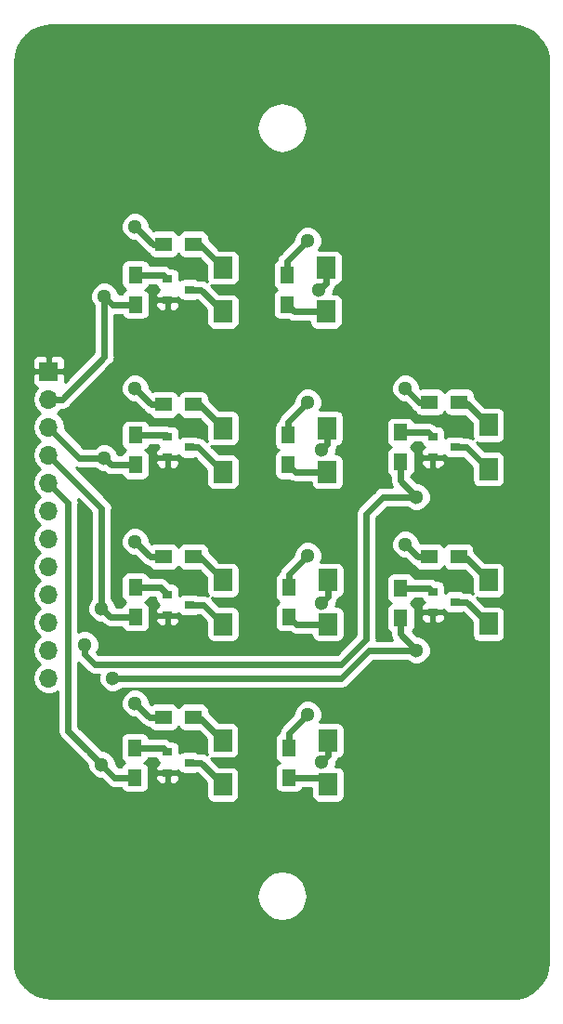
<source format=gbr>
G04 #@! TF.GenerationSoftware,KiCad,Pcbnew,5.0.1*
G04 #@! TF.CreationDate,2019-01-22T15:06:49+05:30*
G04 #@! TF.ProjectId,switches,73776974636865732E6B696361645F70,rev?*
G04 #@! TF.SameCoordinates,Original*
G04 #@! TF.FileFunction,Copper,L1,Top,Signal*
G04 #@! TF.FilePolarity,Positive*
%FSLAX46Y46*%
G04 Gerber Fmt 4.6, Leading zero omitted, Abs format (unit mm)*
G04 Created by KiCad (PCBNEW 5.0.1) date Tue 22 Jan 2019 03:06:49 PM IST*
%MOMM*%
%LPD*%
G01*
G04 APERTURE LIST*
G04 #@! TA.AperFunction,SMDPad,CuDef*
%ADD10R,1.700000X2.000000*%
G04 #@! TD*
G04 #@! TA.AperFunction,SMDPad,CuDef*
%ADD11R,1.300000X1.500000*%
G04 #@! TD*
G04 #@! TA.AperFunction,SMDPad,CuDef*
%ADD12R,1.500000X1.300000*%
G04 #@! TD*
G04 #@! TA.AperFunction,ComponentPad*
%ADD13O,1.700000X1.700000*%
G04 #@! TD*
G04 #@! TA.AperFunction,ComponentPad*
%ADD14R,1.700000X1.700000*%
G04 #@! TD*
G04 #@! TA.AperFunction,SMDPad,CuDef*
%ADD15R,0.900000X0.800000*%
G04 #@! TD*
G04 #@! TA.AperFunction,ViaPad*
%ADD16C,1.300000*%
G04 #@! TD*
G04 #@! TA.AperFunction,Conductor*
%ADD17C,0.600000*%
G04 #@! TD*
G04 #@! TA.AperFunction,Conductor*
%ADD18C,0.254000*%
G04 #@! TD*
G04 APERTURE END LIST*
D10*
G04 #@! TO.P,D10,1*
G04 #@! TO.N,/s8*
X123249514Y-117209815D03*
G04 #@! TO.P,D10,2*
G04 #@! TO.N,Net-(D10-Pad2)*
X123249514Y-121209815D03*
G04 #@! TD*
G04 #@! TO.P,D9,2*
G04 #@! TO.N,Net-(D9-Pad2)*
X123239730Y-106590725D03*
G04 #@! TO.P,D9,1*
G04 #@! TO.N,/s7*
X123239730Y-102590725D03*
G04 #@! TD*
G04 #@! TO.P,D8,1*
G04 #@! TO.N,/s6*
X123182653Y-88733635D03*
G04 #@! TO.P,D8,2*
G04 #@! TO.N,Net-(D8-Pad2)*
X123182653Y-92733635D03*
G04 #@! TD*
G04 #@! TO.P,D7,2*
G04 #@! TO.N,Net-(D7-Pad2)*
X123057679Y-78114545D03*
G04 #@! TO.P,D7,1*
G04 #@! TO.N,/s5*
X123057679Y-74114545D03*
G04 #@! TD*
G04 #@! TO.P,D6,1*
G04 #@! TO.N,Net-(D6-Pad1)*
X137860000Y-106578000D03*
G04 #@! TO.P,D6,2*
G04 #@! TO.N,Net-(D6-Pad2)*
X137860000Y-102578000D03*
G04 #@! TD*
G04 #@! TO.P,D5,2*
G04 #@! TO.N,Net-(D5-Pad2)*
X137860000Y-88466905D03*
G04 #@! TO.P,D5,1*
G04 #@! TO.N,Net-(D5-Pad1)*
X137860000Y-92466905D03*
G04 #@! TD*
G04 #@! TO.P,D4,1*
G04 #@! TO.N,Net-(D4-Pad1)*
X113644000Y-121209815D03*
G04 #@! TO.P,D4,2*
G04 #@! TO.N,Net-(D4-Pad2)*
X113644000Y-117209815D03*
G04 #@! TD*
G04 #@! TO.P,D3,2*
G04 #@! TO.N,Net-(D3-Pad2)*
X113674000Y-102590725D03*
G04 #@! TO.P,D3,1*
G04 #@! TO.N,Net-(D3-Pad1)*
X113674000Y-106590725D03*
G04 #@! TD*
G04 #@! TO.P,D2,1*
G04 #@! TO.N,Net-(D2-Pad1)*
X113674000Y-92733635D03*
G04 #@! TO.P,D2,2*
G04 #@! TO.N,Net-(D2-Pad2)*
X113674000Y-88733635D03*
G04 #@! TD*
G04 #@! TO.P,D1,2*
G04 #@! TO.N,Net-(D1-Pad2)*
X113674000Y-74114545D03*
G04 #@! TO.P,D1,1*
G04 #@! TO.N,Net-(D1-Pad1)*
X113674000Y-78114545D03*
G04 #@! TD*
D11*
G04 #@! TO.P,R16,1*
G04 #@! TO.N,+5V*
X119693514Y-117859815D03*
G04 #@! TO.P,R16,2*
G04 #@! TO.N,Net-(D10-Pad2)*
X119693514Y-120559815D03*
G04 #@! TD*
G04 #@! TO.P,R13,2*
G04 #@! TO.N,Net-(D7-Pad2)*
X119501679Y-77464545D03*
G04 #@! TO.P,R13,1*
G04 #@! TO.N,+5V*
X119501679Y-74764545D03*
G04 #@! TD*
G04 #@! TO.P,R14,1*
G04 #@! TO.N,+5V*
X119626653Y-89383635D03*
G04 #@! TO.P,R14,2*
G04 #@! TO.N,Net-(D8-Pad2)*
X119626653Y-92083635D03*
G04 #@! TD*
G04 #@! TO.P,R15,2*
G04 #@! TO.N,Net-(D9-Pad2)*
X119683730Y-105940725D03*
G04 #@! TO.P,R15,1*
G04 #@! TO.N,+5V*
X119683730Y-103240725D03*
G04 #@! TD*
G04 #@! TO.P,R12,1*
G04 #@! TO.N,/s10*
X129862000Y-106018000D03*
G04 #@! TO.P,R12,2*
G04 #@! TO.N,Net-(Q6-Pad1)*
X129862000Y-103318000D03*
G04 #@! TD*
G04 #@! TO.P,R7,2*
G04 #@! TO.N,Net-(Q1-Pad1)*
X105696000Y-74764545D03*
G04 #@! TO.P,R7,1*
G04 #@! TO.N,/s1*
X105696000Y-77464545D03*
G04 #@! TD*
G04 #@! TO.P,R8,1*
G04 #@! TO.N,/s2*
X105696000Y-92083635D03*
G04 #@! TO.P,R8,2*
G04 #@! TO.N,Net-(Q2-Pad1)*
X105696000Y-89383635D03*
G04 #@! TD*
G04 #@! TO.P,R9,2*
G04 #@! TO.N,Net-(Q3-Pad1)*
X105696000Y-103240725D03*
G04 #@! TO.P,R9,1*
G04 #@! TO.N,/s3*
X105696000Y-105940725D03*
G04 #@! TD*
G04 #@! TO.P,R10,1*
G04 #@! TO.N,/s4*
X105626000Y-120559815D03*
G04 #@! TO.P,R10,2*
G04 #@! TO.N,Net-(Q4-Pad1)*
X105626000Y-117859815D03*
G04 #@! TD*
G04 #@! TO.P,R11,2*
G04 #@! TO.N,Net-(Q5-Pad1)*
X129862000Y-89116905D03*
G04 #@! TO.P,R11,1*
G04 #@! TO.N,/s9*
X129862000Y-91816905D03*
G04 #@! TD*
D12*
G04 #@! TO.P,R6,1*
G04 #@! TO.N,+5V*
X132450000Y-100443450D03*
G04 #@! TO.P,R6,2*
G04 #@! TO.N,Net-(D6-Pad2)*
X135150000Y-100443450D03*
G04 #@! TD*
G04 #@! TO.P,R5,1*
G04 #@! TO.N,+5V*
X132508000Y-86360000D03*
G04 #@! TO.P,R5,2*
G04 #@! TO.N,Net-(D5-Pad2)*
X135208000Y-86360000D03*
G04 #@! TD*
G04 #@! TO.P,R4,1*
G04 #@! TO.N,+5V*
X108264000Y-115075270D03*
G04 #@! TO.P,R4,2*
G04 #@! TO.N,Net-(D4-Pad2)*
X110964000Y-115075270D03*
G04 #@! TD*
G04 #@! TO.P,R3,2*
G04 #@! TO.N,Net-(D3-Pad2)*
X110964000Y-100456180D03*
G04 #@! TO.P,R3,1*
G04 #@! TO.N,+5V*
X108264000Y-100456180D03*
G04 #@! TD*
G04 #@! TO.P,R2,1*
G04 #@! TO.N,+5V*
X108264000Y-86599090D03*
G04 #@! TO.P,R2,2*
G04 #@! TO.N,Net-(D2-Pad2)*
X110964000Y-86599090D03*
G04 #@! TD*
G04 #@! TO.P,R1,2*
G04 #@! TO.N,Net-(D1-Pad2)*
X110964000Y-71980000D03*
G04 #@! TO.P,R1,1*
G04 #@! TO.N,+5V*
X108264000Y-71980000D03*
G04 #@! TD*
D13*
G04 #@! TO.P,J1,12*
G04 #@! TO.N,+5V*
X97790000Y-111506000D03*
G04 #@! TO.P,J1,11*
G04 #@! TO.N,/s10*
X97790000Y-108966000D03*
G04 #@! TO.P,J1,10*
G04 #@! TO.N,/s9*
X97790000Y-106426000D03*
G04 #@! TO.P,J1,9*
G04 #@! TO.N,/s8*
X97790000Y-103886000D03*
G04 #@! TO.P,J1,8*
G04 #@! TO.N,/s7*
X97790000Y-101346000D03*
G04 #@! TO.P,J1,7*
G04 #@! TO.N,/s6*
X97790000Y-98806000D03*
G04 #@! TO.P,J1,6*
G04 #@! TO.N,/s5*
X97790000Y-96266000D03*
G04 #@! TO.P,J1,5*
G04 #@! TO.N,/s4*
X97790000Y-93726000D03*
G04 #@! TO.P,J1,4*
G04 #@! TO.N,/s3*
X97790000Y-91186000D03*
G04 #@! TO.P,J1,3*
G04 #@! TO.N,/s2*
X97790000Y-88646000D03*
G04 #@! TO.P,J1,2*
G04 #@! TO.N,/s1*
X97790000Y-86106000D03*
D14*
G04 #@! TO.P,J1,1*
G04 #@! TO.N,GND*
X97790000Y-83566000D03*
G04 #@! TD*
D15*
G04 #@! TO.P,Q6,1*
G04 #@! TO.N,Net-(Q6-Pad1)*
X132800000Y-103628000D03*
G04 #@! TO.P,Q6,2*
G04 #@! TO.N,GND*
X132800000Y-105528000D03*
G04 #@! TO.P,Q6,3*
G04 #@! TO.N,Net-(D6-Pad1)*
X134800000Y-104578000D03*
G04 #@! TD*
G04 #@! TO.P,Q1,3*
G04 #@! TO.N,Net-(D1-Pad1)*
X110614000Y-76114545D03*
G04 #@! TO.P,Q1,2*
G04 #@! TO.N,GND*
X108614000Y-77064545D03*
G04 #@! TO.P,Q1,1*
G04 #@! TO.N,Net-(Q1-Pad1)*
X108614000Y-75164545D03*
G04 #@! TD*
G04 #@! TO.P,Q2,1*
G04 #@! TO.N,Net-(Q2-Pad1)*
X108614000Y-89529635D03*
G04 #@! TO.P,Q2,2*
G04 #@! TO.N,GND*
X108614000Y-91429635D03*
G04 #@! TO.P,Q2,3*
G04 #@! TO.N,Net-(D2-Pad1)*
X110614000Y-90479635D03*
G04 #@! TD*
G04 #@! TO.P,Q3,3*
G04 #@! TO.N,Net-(D3-Pad1)*
X110614000Y-104844725D03*
G04 #@! TO.P,Q3,2*
G04 #@! TO.N,GND*
X108614000Y-105794725D03*
G04 #@! TO.P,Q3,1*
G04 #@! TO.N,Net-(Q3-Pad1)*
X108614000Y-103894725D03*
G04 #@! TD*
G04 #@! TO.P,Q5,1*
G04 #@! TO.N,Net-(Q5-Pad1)*
X132800000Y-89516905D03*
G04 #@! TO.P,Q5,2*
G04 #@! TO.N,GND*
X132800000Y-91416905D03*
G04 #@! TO.P,Q5,3*
G04 #@! TO.N,Net-(D5-Pad1)*
X134800000Y-90466905D03*
G04 #@! TD*
G04 #@! TO.P,Q4,3*
G04 #@! TO.N,Net-(D4-Pad1)*
X110614000Y-119209815D03*
G04 #@! TO.P,Q4,2*
G04 #@! TO.N,GND*
X108614000Y-120159815D03*
G04 #@! TO.P,Q4,1*
G04 #@! TO.N,Net-(Q4-Pad1)*
X108614000Y-118259815D03*
G04 #@! TD*
D16*
G04 #@! TO.N,/s10*
X131318000Y-108966000D03*
X103632000Y-111506000D03*
G04 #@! TO.N,/s8*
X122682000Y-119126000D03*
G04 #@! TO.N,/s6*
X122682000Y-90678000D03*
G04 #@! TO.N,/s4*
X102616000Y-119380000D03*
G04 #@! TO.N,/s2*
X102870000Y-91440000D03*
G04 #@! TO.N,/s9*
X131318000Y-94996000D03*
X101092000Y-108458000D03*
G04 #@! TO.N,/s7*
X122682000Y-104640723D03*
G04 #@! TO.N,/s5*
X122428000Y-76164543D03*
G04 #@! TO.N,/s3*
X102616000Y-105156000D03*
G04 #@! TO.N,/s1*
X102870000Y-76708000D03*
G04 #@! TO.N,GND*
X133096000Y-66294000D03*
G04 #@! TO.N,+5V*
X121412000Y-100330000D03*
X121412000Y-71628000D03*
X105664000Y-70358000D03*
X105664000Y-85090000D03*
X105664000Y-99060000D03*
X105664000Y-113792000D03*
X121412000Y-114808000D03*
X130302000Y-99314000D03*
X121412000Y-86360000D03*
X130302000Y-85090000D03*
G04 #@! TD*
D17*
G04 #@! TO.N,/s10*
X129862000Y-106018000D02*
X129862000Y-107510000D01*
X129862000Y-107510000D02*
X131318000Y-108966000D01*
X127000000Y-108966000D02*
X131318000Y-108966000D01*
X103632000Y-111506000D02*
X124460000Y-111506000D01*
X124460000Y-111506000D02*
X127000000Y-108966000D01*
G04 #@! TO.N,/s8*
X123249514Y-117209815D02*
X123249514Y-118558486D01*
X123249514Y-118558486D02*
X122682000Y-119126000D01*
G04 #@! TO.N,/s6*
X123182653Y-88733635D02*
X123182653Y-90177347D01*
X123182653Y-90177347D02*
X122682000Y-90678000D01*
G04 #@! TO.N,/s4*
X105626000Y-120559815D02*
X103795815Y-120559815D01*
X103795815Y-120559815D02*
X102616000Y-119380000D01*
X101365999Y-118129999D02*
X102616000Y-119380000D01*
X99568000Y-116332000D02*
X101365999Y-118129999D01*
X99568000Y-95504000D02*
X99568000Y-116332000D01*
X97790000Y-93726000D02*
X99568000Y-95504000D01*
G04 #@! TO.N,/s2*
X105696000Y-92083635D02*
X103513635Y-92083635D01*
X103513635Y-92083635D02*
X102870000Y-91440000D01*
X100584000Y-91440000D02*
X102870000Y-91440000D01*
X97790000Y-88646000D02*
X100584000Y-91440000D01*
G04 #@! TO.N,/s9*
X129862000Y-91816905D02*
X129862000Y-93540000D01*
X129862000Y-93540000D02*
X131318000Y-94996000D01*
X128270000Y-94996000D02*
X131318000Y-94996000D01*
X101092000Y-108458000D02*
X101092000Y-109377238D01*
X126746000Y-96520000D02*
X128270000Y-94996000D01*
X101950762Y-110236000D02*
X124457194Y-110236000D01*
X101092000Y-109377238D02*
X101950762Y-110236000D01*
X124457194Y-110236000D02*
X126746000Y-107947194D01*
X126746000Y-107947194D02*
X126746000Y-96520000D01*
G04 #@! TO.N,/s7*
X123239730Y-102590725D02*
X123239730Y-104082993D01*
X123239730Y-104082993D02*
X122682000Y-104640723D01*
G04 #@! TO.N,/s5*
X123057679Y-74114545D02*
X123057679Y-75534864D01*
X123057679Y-75534864D02*
X122428000Y-76164543D01*
G04 #@! TO.N,/s3*
X105696000Y-105940725D02*
X103400725Y-105940725D01*
X103400725Y-105940725D02*
X102616000Y-105156000D01*
X102616000Y-96012000D02*
X102616000Y-105156000D01*
X97790000Y-91186000D02*
X102616000Y-96012000D01*
G04 #@! TO.N,/s1*
X105696000Y-77464545D02*
X103626545Y-77464545D01*
X103626545Y-77464545D02*
X102870000Y-76708000D01*
X102870000Y-77627238D02*
X102870000Y-76708000D01*
X102870000Y-82228081D02*
X102870000Y-77627238D01*
X98992081Y-86106000D02*
X102870000Y-82228081D01*
X97790000Y-86106000D02*
X98992081Y-86106000D01*
G04 #@! TO.N,Net-(D4-Pad1)*
X111644000Y-119209815D02*
X113644000Y-121209815D01*
X110614000Y-119209815D02*
X111644000Y-119209815D01*
G04 #@! TO.N,Net-(D5-Pad1)*
X135860000Y-90466905D02*
X137860000Y-92466905D01*
X134800000Y-90466905D02*
X135860000Y-90466905D01*
G04 #@! TO.N,Net-(D3-Pad1)*
X111928000Y-104844725D02*
X113674000Y-106590725D01*
X110614000Y-104844725D02*
X111928000Y-104844725D01*
G04 #@! TO.N,Net-(D2-Pad1)*
X111420000Y-90479635D02*
X113674000Y-92733635D01*
X110614000Y-90479635D02*
X111420000Y-90479635D01*
G04 #@! TO.N,Net-(D1-Pad1)*
X111674000Y-76114545D02*
X113674000Y-78114545D01*
X110614000Y-76114545D02*
X111674000Y-76114545D01*
G04 #@! TO.N,Net-(D6-Pad1)*
X135860000Y-104578000D02*
X137860000Y-106578000D01*
X134800000Y-104578000D02*
X135860000Y-104578000D01*
G04 #@! TO.N,Net-(D1-Pad2)*
X111539455Y-71980000D02*
X113674000Y-74114545D01*
X110964000Y-71980000D02*
X111539455Y-71980000D01*
G04 #@! TO.N,+5V*
X119683730Y-103240725D02*
X119683730Y-102058270D01*
X119683730Y-102058270D02*
X121412000Y-100330000D01*
X119501679Y-74764545D02*
X119501679Y-73538321D01*
X119501679Y-73538321D02*
X121412000Y-71628000D01*
X108264000Y-71980000D02*
X107286000Y-71980000D01*
X107286000Y-71980000D02*
X105664000Y-70358000D01*
X108264000Y-86599090D02*
X107173090Y-86599090D01*
X107173090Y-86599090D02*
X105664000Y-85090000D01*
X108264000Y-100456180D02*
X107060180Y-100456180D01*
X107060180Y-100456180D02*
X105664000Y-99060000D01*
X108264000Y-115075270D02*
X106947270Y-115075270D01*
X106947270Y-115075270D02*
X105664000Y-113792000D01*
X119693514Y-117859815D02*
X119693514Y-116526486D01*
X119693514Y-116526486D02*
X121412000Y-114808000D01*
X132450000Y-100443450D02*
X131431450Y-100443450D01*
X131431450Y-100443450D02*
X130302000Y-99314000D01*
X119626653Y-88145347D02*
X121412000Y-86360000D01*
X119626653Y-89383635D02*
X119626653Y-88145347D01*
X132508000Y-86360000D02*
X131572000Y-86360000D01*
X131572000Y-86360000D02*
X130302000Y-85090000D01*
G04 #@! TO.N,Net-(D2-Pad2)*
X111539455Y-86599090D02*
X113674000Y-88733635D01*
X110964000Y-86599090D02*
X111539455Y-86599090D01*
G04 #@! TO.N,Net-(D3-Pad2)*
X111539455Y-100456180D02*
X113674000Y-102590725D01*
X110964000Y-100456180D02*
X111539455Y-100456180D01*
G04 #@! TO.N,Net-(D4-Pad2)*
X111509455Y-115075270D02*
X113644000Y-117209815D01*
X110964000Y-115075270D02*
X111509455Y-115075270D01*
G04 #@! TO.N,Net-(D5-Pad2)*
X135753095Y-86360000D02*
X137860000Y-88466905D01*
X135208000Y-86360000D02*
X135753095Y-86360000D01*
G04 #@! TO.N,Net-(D6-Pad2)*
X135725450Y-100443450D02*
X137860000Y-102578000D01*
X135150000Y-100443450D02*
X135725450Y-100443450D01*
G04 #@! TO.N,Net-(Q3-Pad1)*
X107960000Y-103240725D02*
X108614000Y-103894725D01*
X105696000Y-103240725D02*
X107960000Y-103240725D01*
G04 #@! TO.N,Net-(Q6-Pad1)*
X132490000Y-103318000D02*
X132800000Y-103628000D01*
X129862000Y-103318000D02*
X132490000Y-103318000D01*
G04 #@! TO.N,Net-(Q5-Pad1)*
X132400000Y-89116905D02*
X132800000Y-89516905D01*
X129862000Y-89116905D02*
X132400000Y-89116905D01*
G04 #@! TO.N,Net-(Q1-Pad1)*
X108214000Y-74764545D02*
X108614000Y-75164545D01*
X105696000Y-74764545D02*
X108214000Y-74764545D01*
G04 #@! TO.N,Net-(Q2-Pad1)*
X108468000Y-89383635D02*
X108614000Y-89529635D01*
X105696000Y-89383635D02*
X108468000Y-89383635D01*
G04 #@! TO.N,Net-(Q4-Pad1)*
X108214000Y-117859815D02*
X108614000Y-118259815D01*
X105626000Y-117859815D02*
X108214000Y-117859815D01*
G04 #@! TO.N,Net-(D9-Pad2)*
X120333730Y-106590725D02*
X119683730Y-105940725D01*
X123239730Y-106590725D02*
X120333730Y-106590725D01*
G04 #@! TO.N,Net-(D8-Pad2)*
X120276653Y-92733635D02*
X119626653Y-92083635D01*
X123182653Y-92733635D02*
X120276653Y-92733635D01*
G04 #@! TO.N,Net-(D7-Pad2)*
X120151679Y-78114545D02*
X119501679Y-77464545D01*
X123057679Y-78114545D02*
X120151679Y-78114545D01*
G04 #@! TO.N,Net-(D10-Pad2)*
X122599514Y-120559815D02*
X123249514Y-121209815D01*
X119693514Y-120559815D02*
X122599514Y-120559815D01*
G04 #@! TD*
D18*
G04 #@! TO.N,GND*
G36*
X140683861Y-52128160D02*
X141322530Y-52328307D01*
X141907902Y-52652784D01*
X142416078Y-53088343D01*
X142826289Y-53617183D01*
X143121786Y-54217712D01*
X143292623Y-54873567D01*
X143333001Y-55398325D01*
X143333000Y-137337302D01*
X143261839Y-138037865D01*
X143061693Y-138676532D01*
X142737215Y-139261904D01*
X142301657Y-139770077D01*
X141772815Y-140180290D01*
X141172287Y-140475786D01*
X140516433Y-140646623D01*
X139991687Y-140687000D01*
X98052698Y-140687000D01*
X97352135Y-140615839D01*
X96713468Y-140415693D01*
X96128096Y-140091215D01*
X95619923Y-139655657D01*
X95209710Y-139126815D01*
X94914214Y-138526287D01*
X94743377Y-137870433D01*
X94703000Y-137345687D01*
X94703000Y-131372000D01*
X116748327Y-131372000D01*
X116861142Y-132084284D01*
X117188543Y-132726845D01*
X117698482Y-133236784D01*
X118341043Y-133564185D01*
X119053327Y-133677000D01*
X119765611Y-133564185D01*
X120408172Y-133236784D01*
X120918111Y-132726845D01*
X121245512Y-132084284D01*
X121358327Y-131372000D01*
X121245512Y-130659716D01*
X120918111Y-130017155D01*
X120408172Y-129507216D01*
X119765611Y-129179815D01*
X119053327Y-129067000D01*
X118341043Y-129179815D01*
X117698482Y-129507216D01*
X117188543Y-130017155D01*
X116861142Y-130659716D01*
X116748327Y-131372000D01*
X94703000Y-131372000D01*
X94703000Y-86106000D01*
X96275908Y-86106000D01*
X96391161Y-86685418D01*
X96719375Y-87176625D01*
X97017761Y-87376000D01*
X96719375Y-87575375D01*
X96391161Y-88066582D01*
X96275908Y-88646000D01*
X96391161Y-89225418D01*
X96719375Y-89716625D01*
X97017761Y-89916000D01*
X96719375Y-90115375D01*
X96391161Y-90606582D01*
X96275908Y-91186000D01*
X96391161Y-91765418D01*
X96719375Y-92256625D01*
X97017761Y-92456000D01*
X96719375Y-92655375D01*
X96391161Y-93146582D01*
X96275908Y-93726000D01*
X96391161Y-94305418D01*
X96719375Y-94796625D01*
X97017761Y-94996000D01*
X96719375Y-95195375D01*
X96391161Y-95686582D01*
X96275908Y-96266000D01*
X96391161Y-96845418D01*
X96719375Y-97336625D01*
X97017761Y-97536000D01*
X96719375Y-97735375D01*
X96391161Y-98226582D01*
X96275908Y-98806000D01*
X96391161Y-99385418D01*
X96719375Y-99876625D01*
X97017761Y-100076000D01*
X96719375Y-100275375D01*
X96391161Y-100766582D01*
X96275908Y-101346000D01*
X96391161Y-101925418D01*
X96719375Y-102416625D01*
X97017761Y-102616000D01*
X96719375Y-102815375D01*
X96391161Y-103306582D01*
X96275908Y-103886000D01*
X96391161Y-104465418D01*
X96719375Y-104956625D01*
X97017761Y-105156000D01*
X96719375Y-105355375D01*
X96391161Y-105846582D01*
X96275908Y-106426000D01*
X96391161Y-107005418D01*
X96719375Y-107496625D01*
X97017761Y-107696000D01*
X96719375Y-107895375D01*
X96391161Y-108386582D01*
X96275908Y-108966000D01*
X96391161Y-109545418D01*
X96719375Y-110036625D01*
X97017761Y-110236000D01*
X96719375Y-110435375D01*
X96391161Y-110926582D01*
X96275908Y-111506000D01*
X96391161Y-112085418D01*
X96719375Y-112576625D01*
X97210582Y-112904839D01*
X97643744Y-112991000D01*
X97936256Y-112991000D01*
X98369418Y-112904839D01*
X98633001Y-112728719D01*
X98633001Y-116239909D01*
X98614683Y-116332000D01*
X98687250Y-116696818D01*
X98827354Y-116906498D01*
X98893904Y-117006097D01*
X98971970Y-117058259D01*
X100639740Y-118726029D01*
X101331000Y-119417290D01*
X101331000Y-119635602D01*
X101526629Y-120107894D01*
X101888106Y-120469371D01*
X102360398Y-120665000D01*
X102578710Y-120665000D01*
X103069555Y-121155845D01*
X103121718Y-121233912D01*
X103430996Y-121440565D01*
X103703729Y-121494815D01*
X103703732Y-121494815D01*
X103795814Y-121513131D01*
X103887896Y-121494815D01*
X104365358Y-121494815D01*
X104377843Y-121557580D01*
X104518191Y-121767624D01*
X104728235Y-121907972D01*
X104976000Y-121957255D01*
X106276000Y-121957255D01*
X106523765Y-121907972D01*
X106733809Y-121767624D01*
X106874157Y-121557580D01*
X106923440Y-121309815D01*
X106923440Y-120445565D01*
X107529000Y-120445565D01*
X107529000Y-120686125D01*
X107625673Y-120919514D01*
X107804302Y-121098142D01*
X108037691Y-121194815D01*
X108328250Y-121194815D01*
X108487000Y-121036065D01*
X108487000Y-120286815D01*
X108741000Y-120286815D01*
X108741000Y-121036065D01*
X108899750Y-121194815D01*
X109190309Y-121194815D01*
X109423698Y-121098142D01*
X109602327Y-120919514D01*
X109699000Y-120686125D01*
X109699000Y-120445565D01*
X109540250Y-120286815D01*
X108741000Y-120286815D01*
X108487000Y-120286815D01*
X107687750Y-120286815D01*
X107529000Y-120445565D01*
X106923440Y-120445565D01*
X106923440Y-119809815D01*
X106874157Y-119562050D01*
X106733809Y-119352006D01*
X106523765Y-119211658D01*
X106514500Y-119209815D01*
X106523765Y-119207972D01*
X106733809Y-119067624D01*
X106874157Y-118857580D01*
X106886642Y-118794815D01*
X107543413Y-118794815D01*
X107565843Y-118907580D01*
X107706191Y-119117624D01*
X107839694Y-119206828D01*
X107804302Y-119221488D01*
X107625673Y-119400116D01*
X107529000Y-119633505D01*
X107529000Y-119874065D01*
X107687750Y-120032815D01*
X108487000Y-120032815D01*
X108487000Y-120012815D01*
X108741000Y-120012815D01*
X108741000Y-120032815D01*
X109540250Y-120032815D01*
X109625781Y-119947284D01*
X109706191Y-120067624D01*
X109916235Y-120207972D01*
X110164000Y-120257255D01*
X111064000Y-120257255D01*
X111311765Y-120207972D01*
X111316622Y-120204726D01*
X112146560Y-121034665D01*
X112146560Y-122209815D01*
X112195843Y-122457580D01*
X112336191Y-122667624D01*
X112546235Y-122807972D01*
X112794000Y-122857255D01*
X114494000Y-122857255D01*
X114741765Y-122807972D01*
X114951809Y-122667624D01*
X115092157Y-122457580D01*
X115141440Y-122209815D01*
X115141440Y-120209815D01*
X115092157Y-119962050D01*
X114951809Y-119752006D01*
X114741765Y-119611658D01*
X114494000Y-119562375D01*
X113318850Y-119562375D01*
X112568968Y-118812494D01*
X112794000Y-118857255D01*
X114494000Y-118857255D01*
X114741765Y-118807972D01*
X114951809Y-118667624D01*
X115092157Y-118457580D01*
X115141440Y-118209815D01*
X115141440Y-117109815D01*
X118396074Y-117109815D01*
X118396074Y-118609815D01*
X118445357Y-118857580D01*
X118585705Y-119067624D01*
X118795749Y-119207972D01*
X118805014Y-119209815D01*
X118795749Y-119211658D01*
X118585705Y-119352006D01*
X118445357Y-119562050D01*
X118396074Y-119809815D01*
X118396074Y-121309815D01*
X118445357Y-121557580D01*
X118585705Y-121767624D01*
X118795749Y-121907972D01*
X119043514Y-121957255D01*
X120343514Y-121957255D01*
X120591279Y-121907972D01*
X120801323Y-121767624D01*
X120941671Y-121557580D01*
X120954156Y-121494815D01*
X121752074Y-121494815D01*
X121752074Y-122209815D01*
X121801357Y-122457580D01*
X121941705Y-122667624D01*
X122151749Y-122807972D01*
X122399514Y-122857255D01*
X124099514Y-122857255D01*
X124347279Y-122807972D01*
X124557323Y-122667624D01*
X124697671Y-122457580D01*
X124746954Y-122209815D01*
X124746954Y-120209815D01*
X124697671Y-119962050D01*
X124557323Y-119752006D01*
X124347279Y-119611658D01*
X124099514Y-119562375D01*
X123892122Y-119562375D01*
X123967000Y-119381602D01*
X123967000Y-119167647D01*
X124130264Y-118923305D01*
X124145210Y-118848166D01*
X124347279Y-118807972D01*
X124557323Y-118667624D01*
X124697671Y-118457580D01*
X124746954Y-118209815D01*
X124746954Y-116209815D01*
X124697671Y-115962050D01*
X124557323Y-115752006D01*
X124347279Y-115611658D01*
X124099514Y-115562375D01*
X122474890Y-115562375D01*
X122501371Y-115535894D01*
X122697000Y-115063602D01*
X122697000Y-114552398D01*
X122501371Y-114080106D01*
X122139894Y-113718629D01*
X121667602Y-113523000D01*
X121156398Y-113523000D01*
X120684106Y-113718629D01*
X120322629Y-114080106D01*
X120127000Y-114552398D01*
X120127000Y-114770710D01*
X119097484Y-115800227D01*
X119019418Y-115852389D01*
X118967256Y-115930455D01*
X118967255Y-115930456D01*
X118812764Y-116161668D01*
X118740197Y-116526486D01*
X118744111Y-116546162D01*
X118585705Y-116652006D01*
X118445357Y-116862050D01*
X118396074Y-117109815D01*
X115141440Y-117109815D01*
X115141440Y-116209815D01*
X115092157Y-115962050D01*
X114951809Y-115752006D01*
X114741765Y-115611658D01*
X114494000Y-115562375D01*
X113318850Y-115562375D01*
X112361440Y-114604966D01*
X112361440Y-114425270D01*
X112312157Y-114177505D01*
X112171809Y-113967461D01*
X111961765Y-113827113D01*
X111714000Y-113777830D01*
X110214000Y-113777830D01*
X109966235Y-113827113D01*
X109756191Y-113967461D01*
X109615843Y-114177505D01*
X109614000Y-114186770D01*
X109612157Y-114177505D01*
X109471809Y-113967461D01*
X109261765Y-113827113D01*
X109014000Y-113777830D01*
X107514000Y-113777830D01*
X107266235Y-113827113D01*
X107119469Y-113925180D01*
X106949000Y-113754711D01*
X106949000Y-113536398D01*
X106753371Y-113064106D01*
X106391894Y-112702629D01*
X105919602Y-112507000D01*
X105408398Y-112507000D01*
X104936106Y-112702629D01*
X104574629Y-113064106D01*
X104379000Y-113536398D01*
X104379000Y-114047602D01*
X104574629Y-114519894D01*
X104936106Y-114881371D01*
X105408398Y-115077000D01*
X105626711Y-115077000D01*
X106221010Y-115671300D01*
X106273173Y-115749367D01*
X106351239Y-115801529D01*
X106582451Y-115956020D01*
X106947270Y-116028587D01*
X106952294Y-116027588D01*
X107056191Y-116183079D01*
X107266235Y-116323427D01*
X107514000Y-116372710D01*
X109014000Y-116372710D01*
X109261765Y-116323427D01*
X109471809Y-116183079D01*
X109612157Y-115973035D01*
X109614000Y-115963770D01*
X109615843Y-115973035D01*
X109756191Y-116183079D01*
X109966235Y-116323427D01*
X110214000Y-116372710D01*
X111484606Y-116372710D01*
X112146560Y-117034665D01*
X112146560Y-118209815D01*
X112195029Y-118453486D01*
X112008819Y-118329065D01*
X111736086Y-118274815D01*
X111644000Y-118256498D01*
X111551914Y-118274815D01*
X111406285Y-118274815D01*
X111311765Y-118211658D01*
X111064000Y-118162375D01*
X110164000Y-118162375D01*
X109916235Y-118211658D01*
X109711440Y-118348499D01*
X109711440Y-117859815D01*
X109662157Y-117612050D01*
X109521809Y-117402006D01*
X109311765Y-117261658D01*
X109064000Y-117212375D01*
X108905909Y-117212375D01*
X108888097Y-117185718D01*
X108578819Y-116979065D01*
X108306086Y-116924815D01*
X108214000Y-116906498D01*
X108121914Y-116924815D01*
X106886642Y-116924815D01*
X106874157Y-116862050D01*
X106733809Y-116652006D01*
X106523765Y-116511658D01*
X106276000Y-116462375D01*
X104976000Y-116462375D01*
X104728235Y-116511658D01*
X104518191Y-116652006D01*
X104377843Y-116862050D01*
X104328560Y-117109815D01*
X104328560Y-118609815D01*
X104377843Y-118857580D01*
X104518191Y-119067624D01*
X104728235Y-119207972D01*
X104737500Y-119209815D01*
X104728235Y-119211658D01*
X104518191Y-119352006D01*
X104377843Y-119562050D01*
X104365358Y-119624815D01*
X104183105Y-119624815D01*
X103901000Y-119342710D01*
X103901000Y-119124398D01*
X103705371Y-118652106D01*
X103343894Y-118290629D01*
X102871602Y-118095000D01*
X102653290Y-118095000D01*
X101962029Y-117403740D01*
X100503000Y-115944711D01*
X100503000Y-110110527D01*
X101224503Y-110832030D01*
X101276665Y-110910097D01*
X101354731Y-110962259D01*
X101585943Y-111116750D01*
X101950762Y-111189317D01*
X102042848Y-111171000D01*
X102379888Y-111171000D01*
X102347000Y-111250398D01*
X102347000Y-111761602D01*
X102542629Y-112233894D01*
X102904106Y-112595371D01*
X103376398Y-112791000D01*
X103887602Y-112791000D01*
X104359894Y-112595371D01*
X104514265Y-112441000D01*
X124367914Y-112441000D01*
X124460000Y-112459317D01*
X124552086Y-112441000D01*
X124824819Y-112386750D01*
X125134097Y-112180097D01*
X125186261Y-112102028D01*
X127387290Y-109901000D01*
X130435735Y-109901000D01*
X130590106Y-110055371D01*
X131062398Y-110251000D01*
X131573602Y-110251000D01*
X132045894Y-110055371D01*
X132407371Y-109693894D01*
X132603000Y-109221602D01*
X132603000Y-108710398D01*
X132407371Y-108238106D01*
X132045894Y-107876629D01*
X131573602Y-107681000D01*
X131355290Y-107681000D01*
X130928021Y-107253731D01*
X130969809Y-107225809D01*
X131110157Y-107015765D01*
X131159440Y-106768000D01*
X131159440Y-105813750D01*
X131715000Y-105813750D01*
X131715000Y-106054310D01*
X131811673Y-106287699D01*
X131990302Y-106466327D01*
X132223691Y-106563000D01*
X132514250Y-106563000D01*
X132673000Y-106404250D01*
X132673000Y-105655000D01*
X132927000Y-105655000D01*
X132927000Y-106404250D01*
X133085750Y-106563000D01*
X133376309Y-106563000D01*
X133609698Y-106466327D01*
X133788327Y-106287699D01*
X133885000Y-106054310D01*
X133885000Y-105813750D01*
X133726250Y-105655000D01*
X132927000Y-105655000D01*
X132673000Y-105655000D01*
X131873750Y-105655000D01*
X131715000Y-105813750D01*
X131159440Y-105813750D01*
X131159440Y-105268000D01*
X131110157Y-105020235D01*
X130969809Y-104810191D01*
X130759765Y-104669843D01*
X130750500Y-104668000D01*
X130759765Y-104666157D01*
X130969809Y-104525809D01*
X131110157Y-104315765D01*
X131122642Y-104253000D01*
X131747315Y-104253000D01*
X131751843Y-104275765D01*
X131892191Y-104485809D01*
X132025694Y-104575013D01*
X131990302Y-104589673D01*
X131811673Y-104768301D01*
X131715000Y-105001690D01*
X131715000Y-105242250D01*
X131873750Y-105401000D01*
X132673000Y-105401000D01*
X132673000Y-105381000D01*
X132927000Y-105381000D01*
X132927000Y-105401000D01*
X133726250Y-105401000D01*
X133811781Y-105315469D01*
X133892191Y-105435809D01*
X134102235Y-105576157D01*
X134350000Y-105625440D01*
X135250000Y-105625440D01*
X135497765Y-105576157D01*
X135520606Y-105560895D01*
X136362560Y-106402850D01*
X136362560Y-107578000D01*
X136411843Y-107825765D01*
X136552191Y-108035809D01*
X136762235Y-108176157D01*
X137010000Y-108225440D01*
X138710000Y-108225440D01*
X138957765Y-108176157D01*
X139167809Y-108035809D01*
X139308157Y-107825765D01*
X139357440Y-107578000D01*
X139357440Y-105578000D01*
X139308157Y-105330235D01*
X139167809Y-105120191D01*
X138957765Y-104979843D01*
X138710000Y-104930560D01*
X137534850Y-104930560D01*
X136784968Y-104180679D01*
X137010000Y-104225440D01*
X138710000Y-104225440D01*
X138957765Y-104176157D01*
X139167809Y-104035809D01*
X139308157Y-103825765D01*
X139357440Y-103578000D01*
X139357440Y-101578000D01*
X139308157Y-101330235D01*
X139167809Y-101120191D01*
X138957765Y-100979843D01*
X138710000Y-100930560D01*
X137534849Y-100930560D01*
X136547440Y-99943151D01*
X136547440Y-99793450D01*
X136498157Y-99545685D01*
X136357809Y-99335641D01*
X136147765Y-99195293D01*
X135900000Y-99146010D01*
X134400000Y-99146010D01*
X134152235Y-99195293D01*
X133942191Y-99335641D01*
X133801843Y-99545685D01*
X133800000Y-99554950D01*
X133798157Y-99545685D01*
X133657809Y-99335641D01*
X133447765Y-99195293D01*
X133200000Y-99146010D01*
X131700000Y-99146010D01*
X131587000Y-99168487D01*
X131587000Y-99058398D01*
X131391371Y-98586106D01*
X131029894Y-98224629D01*
X130557602Y-98029000D01*
X130046398Y-98029000D01*
X129574106Y-98224629D01*
X129212629Y-98586106D01*
X129017000Y-99058398D01*
X129017000Y-99569602D01*
X129212629Y-100041894D01*
X129574106Y-100403371D01*
X130046398Y-100599000D01*
X130264711Y-100599000D01*
X130705189Y-101039478D01*
X130757353Y-101117547D01*
X131066631Y-101324200D01*
X131099770Y-101330792D01*
X131101843Y-101341215D01*
X131242191Y-101551259D01*
X131452235Y-101691607D01*
X131700000Y-101740890D01*
X133200000Y-101740890D01*
X133447765Y-101691607D01*
X133657809Y-101551259D01*
X133798157Y-101341215D01*
X133800000Y-101331950D01*
X133801843Y-101341215D01*
X133942191Y-101551259D01*
X134152235Y-101691607D01*
X134400000Y-101740890D01*
X135700601Y-101740890D01*
X136362560Y-102402849D01*
X136362560Y-103578000D01*
X136411029Y-103821671D01*
X136224819Y-103697250D01*
X135952086Y-103643000D01*
X135860000Y-103624683D01*
X135767914Y-103643000D01*
X135592285Y-103643000D01*
X135497765Y-103579843D01*
X135250000Y-103530560D01*
X134350000Y-103530560D01*
X134102235Y-103579843D01*
X133897440Y-103716684D01*
X133897440Y-103228000D01*
X133848157Y-102980235D01*
X133707809Y-102770191D01*
X133497765Y-102629843D01*
X133250000Y-102580560D01*
X133069298Y-102580560D01*
X132854819Y-102437250D01*
X132582086Y-102383000D01*
X132490000Y-102364683D01*
X132397914Y-102383000D01*
X131122642Y-102383000D01*
X131110157Y-102320235D01*
X130969809Y-102110191D01*
X130759765Y-101969843D01*
X130512000Y-101920560D01*
X129212000Y-101920560D01*
X128964235Y-101969843D01*
X128754191Y-102110191D01*
X128613843Y-102320235D01*
X128564560Y-102568000D01*
X128564560Y-104068000D01*
X128613843Y-104315765D01*
X128754191Y-104525809D01*
X128964235Y-104666157D01*
X128973500Y-104668000D01*
X128964235Y-104669843D01*
X128754191Y-104810191D01*
X128613843Y-105020235D01*
X128564560Y-105268000D01*
X128564560Y-106768000D01*
X128613843Y-107015765D01*
X128754191Y-107225809D01*
X128927001Y-107341278D01*
X128927001Y-107417910D01*
X128908683Y-107510000D01*
X128981250Y-107874818D01*
X129085608Y-108031000D01*
X127682646Y-108031000D01*
X127699316Y-107947195D01*
X127681000Y-107855114D01*
X127681000Y-96907289D01*
X128657290Y-95931000D01*
X130435735Y-95931000D01*
X130590106Y-96085371D01*
X131062398Y-96281000D01*
X131573602Y-96281000D01*
X132045894Y-96085371D01*
X132407371Y-95723894D01*
X132603000Y-95251602D01*
X132603000Y-94740398D01*
X132407371Y-94268106D01*
X132045894Y-93906629D01*
X131573602Y-93711000D01*
X131355290Y-93711000D01*
X130797000Y-93152711D01*
X130797000Y-93140182D01*
X130969809Y-93024714D01*
X131110157Y-92814670D01*
X131159440Y-92566905D01*
X131159440Y-91702655D01*
X131715000Y-91702655D01*
X131715000Y-91943215D01*
X131811673Y-92176604D01*
X131990302Y-92355232D01*
X132223691Y-92451905D01*
X132514250Y-92451905D01*
X132673000Y-92293155D01*
X132673000Y-91543905D01*
X132927000Y-91543905D01*
X132927000Y-92293155D01*
X133085750Y-92451905D01*
X133376309Y-92451905D01*
X133609698Y-92355232D01*
X133788327Y-92176604D01*
X133885000Y-91943215D01*
X133885000Y-91702655D01*
X133726250Y-91543905D01*
X132927000Y-91543905D01*
X132673000Y-91543905D01*
X131873750Y-91543905D01*
X131715000Y-91702655D01*
X131159440Y-91702655D01*
X131159440Y-91066905D01*
X131110157Y-90819140D01*
X130969809Y-90609096D01*
X130759765Y-90468748D01*
X130750500Y-90466905D01*
X130759765Y-90465062D01*
X130969809Y-90324714D01*
X131110157Y-90114670D01*
X131122642Y-90051905D01*
X131729413Y-90051905D01*
X131751843Y-90164670D01*
X131892191Y-90374714D01*
X132025694Y-90463918D01*
X131990302Y-90478578D01*
X131811673Y-90657206D01*
X131715000Y-90890595D01*
X131715000Y-91131155D01*
X131873750Y-91289905D01*
X132673000Y-91289905D01*
X132673000Y-91269905D01*
X132927000Y-91269905D01*
X132927000Y-91289905D01*
X133726250Y-91289905D01*
X133811781Y-91204374D01*
X133892191Y-91324714D01*
X134102235Y-91465062D01*
X134350000Y-91514345D01*
X135250000Y-91514345D01*
X135497765Y-91465062D01*
X135520606Y-91449800D01*
X136362560Y-92291755D01*
X136362560Y-93466905D01*
X136411843Y-93714670D01*
X136552191Y-93924714D01*
X136762235Y-94065062D01*
X137010000Y-94114345D01*
X138710000Y-94114345D01*
X138957765Y-94065062D01*
X139167809Y-93924714D01*
X139308157Y-93714670D01*
X139357440Y-93466905D01*
X139357440Y-91466905D01*
X139308157Y-91219140D01*
X139167809Y-91009096D01*
X138957765Y-90868748D01*
X138710000Y-90819465D01*
X137534850Y-90819465D01*
X136784968Y-90069584D01*
X137010000Y-90114345D01*
X138710000Y-90114345D01*
X138957765Y-90065062D01*
X139167809Y-89924714D01*
X139308157Y-89714670D01*
X139357440Y-89466905D01*
X139357440Y-87466905D01*
X139308157Y-87219140D01*
X139167809Y-87009096D01*
X138957765Y-86868748D01*
X138710000Y-86819465D01*
X137534849Y-86819465D01*
X136605440Y-85890056D01*
X136605440Y-85710000D01*
X136556157Y-85462235D01*
X136415809Y-85252191D01*
X136205765Y-85111843D01*
X135958000Y-85062560D01*
X134458000Y-85062560D01*
X134210235Y-85111843D01*
X134000191Y-85252191D01*
X133859843Y-85462235D01*
X133858000Y-85471500D01*
X133856157Y-85462235D01*
X133715809Y-85252191D01*
X133505765Y-85111843D01*
X133258000Y-85062560D01*
X131758000Y-85062560D01*
X131623586Y-85089296D01*
X131587000Y-85052711D01*
X131587000Y-84834398D01*
X131391371Y-84362106D01*
X131029894Y-84000629D01*
X130557602Y-83805000D01*
X130046398Y-83805000D01*
X129574106Y-84000629D01*
X129212629Y-84362106D01*
X129017000Y-84834398D01*
X129017000Y-85345602D01*
X129212629Y-85817894D01*
X129574106Y-86179371D01*
X130046398Y-86375000D01*
X130264711Y-86375000D01*
X130845740Y-86956030D01*
X130897903Y-87034097D01*
X131148684Y-87201663D01*
X131159843Y-87257765D01*
X131300191Y-87467809D01*
X131510235Y-87608157D01*
X131758000Y-87657440D01*
X133258000Y-87657440D01*
X133505765Y-87608157D01*
X133715809Y-87467809D01*
X133856157Y-87257765D01*
X133858000Y-87248500D01*
X133859843Y-87257765D01*
X134000191Y-87467809D01*
X134210235Y-87608157D01*
X134458000Y-87657440D01*
X135728246Y-87657440D01*
X136362560Y-88291754D01*
X136362560Y-89466905D01*
X136411029Y-89710576D01*
X136224819Y-89586155D01*
X135952086Y-89531905D01*
X135860000Y-89513588D01*
X135767914Y-89531905D01*
X135592285Y-89531905D01*
X135497765Y-89468748D01*
X135250000Y-89419465D01*
X134350000Y-89419465D01*
X134102235Y-89468748D01*
X133897440Y-89605589D01*
X133897440Y-89116905D01*
X133848157Y-88869140D01*
X133707809Y-88659096D01*
X133497765Y-88518748D01*
X133250000Y-88469465D01*
X133091909Y-88469465D01*
X133074097Y-88442808D01*
X132764819Y-88236155D01*
X132492086Y-88181905D01*
X132400000Y-88163588D01*
X132307914Y-88181905D01*
X131122642Y-88181905D01*
X131110157Y-88119140D01*
X130969809Y-87909096D01*
X130759765Y-87768748D01*
X130512000Y-87719465D01*
X129212000Y-87719465D01*
X128964235Y-87768748D01*
X128754191Y-87909096D01*
X128613843Y-88119140D01*
X128564560Y-88366905D01*
X128564560Y-89866905D01*
X128613843Y-90114670D01*
X128754191Y-90324714D01*
X128964235Y-90465062D01*
X128973500Y-90466905D01*
X128964235Y-90468748D01*
X128754191Y-90609096D01*
X128613843Y-90819140D01*
X128564560Y-91066905D01*
X128564560Y-92566905D01*
X128613843Y-92814670D01*
X128754191Y-93024714D01*
X128927001Y-93140183D01*
X128927001Y-93447910D01*
X128908683Y-93540000D01*
X128981250Y-93904818D01*
X129085608Y-94061000D01*
X128362080Y-94061000D01*
X128269999Y-94042684D01*
X128177918Y-94061000D01*
X128177914Y-94061000D01*
X127905181Y-94115250D01*
X127595903Y-94321903D01*
X127543741Y-94399969D01*
X126149970Y-95793741D01*
X126071904Y-95845903D01*
X126019742Y-95923969D01*
X126019741Y-95923970D01*
X125865250Y-96155182D01*
X125792683Y-96520000D01*
X125811001Y-96612090D01*
X125811000Y-107559904D01*
X124069905Y-109301000D01*
X102338052Y-109301000D01*
X102193548Y-109156496D01*
X102377000Y-108713602D01*
X102377000Y-108202398D01*
X102181371Y-107730106D01*
X101819894Y-107368629D01*
X101347602Y-107173000D01*
X100836398Y-107173000D01*
X100503000Y-107311097D01*
X100503000Y-95596086D01*
X100521317Y-95504000D01*
X100455667Y-95173956D01*
X101681000Y-96399289D01*
X101681001Y-104273734D01*
X101526629Y-104428106D01*
X101331000Y-104900398D01*
X101331000Y-105411602D01*
X101526629Y-105883894D01*
X101888106Y-106245371D01*
X102360398Y-106441000D01*
X102578710Y-106441000D01*
X102674466Y-106536755D01*
X102726628Y-106614822D01*
X102804694Y-106666984D01*
X103035906Y-106821475D01*
X103400725Y-106894042D01*
X103492811Y-106875725D01*
X104435358Y-106875725D01*
X104447843Y-106938490D01*
X104588191Y-107148534D01*
X104798235Y-107288882D01*
X105046000Y-107338165D01*
X106346000Y-107338165D01*
X106593765Y-107288882D01*
X106803809Y-107148534D01*
X106944157Y-106938490D01*
X106993440Y-106690725D01*
X106993440Y-106080475D01*
X107529000Y-106080475D01*
X107529000Y-106321035D01*
X107625673Y-106554424D01*
X107804302Y-106733052D01*
X108037691Y-106829725D01*
X108328250Y-106829725D01*
X108487000Y-106670975D01*
X108487000Y-105921725D01*
X108741000Y-105921725D01*
X108741000Y-106670975D01*
X108899750Y-106829725D01*
X109190309Y-106829725D01*
X109423698Y-106733052D01*
X109602327Y-106554424D01*
X109699000Y-106321035D01*
X109699000Y-106080475D01*
X109540250Y-105921725D01*
X108741000Y-105921725D01*
X108487000Y-105921725D01*
X107687750Y-105921725D01*
X107529000Y-106080475D01*
X106993440Y-106080475D01*
X106993440Y-105190725D01*
X106944157Y-104942960D01*
X106803809Y-104732916D01*
X106593765Y-104592568D01*
X106584500Y-104590725D01*
X106593765Y-104588882D01*
X106803809Y-104448534D01*
X106944157Y-104238490D01*
X106956642Y-104175725D01*
X107516560Y-104175725D01*
X107516560Y-104294725D01*
X107565843Y-104542490D01*
X107706191Y-104752534D01*
X107839694Y-104841738D01*
X107804302Y-104856398D01*
X107625673Y-105035026D01*
X107529000Y-105268415D01*
X107529000Y-105508975D01*
X107687750Y-105667725D01*
X108487000Y-105667725D01*
X108487000Y-105647725D01*
X108741000Y-105647725D01*
X108741000Y-105667725D01*
X109540250Y-105667725D01*
X109625781Y-105582194D01*
X109706191Y-105702534D01*
X109916235Y-105842882D01*
X110164000Y-105892165D01*
X111064000Y-105892165D01*
X111311765Y-105842882D01*
X111406285Y-105779725D01*
X111540711Y-105779725D01*
X112176560Y-106415575D01*
X112176560Y-107590725D01*
X112225843Y-107838490D01*
X112366191Y-108048534D01*
X112576235Y-108188882D01*
X112824000Y-108238165D01*
X114524000Y-108238165D01*
X114771765Y-108188882D01*
X114981809Y-108048534D01*
X115122157Y-107838490D01*
X115171440Y-107590725D01*
X115171440Y-105590725D01*
X115122157Y-105342960D01*
X114981809Y-105132916D01*
X114771765Y-104992568D01*
X114524000Y-104943285D01*
X113348849Y-104943285D01*
X112654261Y-104248697D01*
X112620128Y-104197613D01*
X112824000Y-104238165D01*
X114524000Y-104238165D01*
X114771765Y-104188882D01*
X114981809Y-104048534D01*
X115122157Y-103838490D01*
X115171440Y-103590725D01*
X115171440Y-102490725D01*
X118386290Y-102490725D01*
X118386290Y-103990725D01*
X118435573Y-104238490D01*
X118575921Y-104448534D01*
X118785965Y-104588882D01*
X118795230Y-104590725D01*
X118785965Y-104592568D01*
X118575921Y-104732916D01*
X118435573Y-104942960D01*
X118386290Y-105190725D01*
X118386290Y-106690725D01*
X118435573Y-106938490D01*
X118575921Y-107148534D01*
X118785965Y-107288882D01*
X119033730Y-107338165D01*
X119769399Y-107338165D01*
X119968911Y-107471475D01*
X120333730Y-107544042D01*
X120425816Y-107525725D01*
X121742290Y-107525725D01*
X121742290Y-107590725D01*
X121791573Y-107838490D01*
X121931921Y-108048534D01*
X122141965Y-108188882D01*
X122389730Y-108238165D01*
X124089730Y-108238165D01*
X124337495Y-108188882D01*
X124547539Y-108048534D01*
X124687887Y-107838490D01*
X124737170Y-107590725D01*
X124737170Y-105590725D01*
X124687887Y-105342960D01*
X124547539Y-105132916D01*
X124337495Y-104992568D01*
X124089730Y-104943285D01*
X123947549Y-104943285D01*
X123967000Y-104896325D01*
X123967000Y-104677511D01*
X124120480Y-104447812D01*
X124165166Y-104223160D01*
X124337495Y-104188882D01*
X124547539Y-104048534D01*
X124687887Y-103838490D01*
X124737170Y-103590725D01*
X124737170Y-101590725D01*
X124687887Y-101342960D01*
X124547539Y-101132916D01*
X124337495Y-100992568D01*
X124089730Y-100943285D01*
X122548843Y-100943285D01*
X122697000Y-100585602D01*
X122697000Y-100074398D01*
X122501371Y-99602106D01*
X122139894Y-99240629D01*
X121667602Y-99045000D01*
X121156398Y-99045000D01*
X120684106Y-99240629D01*
X120322629Y-99602106D01*
X120127000Y-100074398D01*
X120127000Y-100292710D01*
X119087700Y-101332011D01*
X119009634Y-101384173D01*
X118957472Y-101462239D01*
X118957471Y-101462240D01*
X118802980Y-101693452D01*
X118759910Y-101909977D01*
X118575921Y-102032916D01*
X118435573Y-102242960D01*
X118386290Y-102490725D01*
X115171440Y-102490725D01*
X115171440Y-101590725D01*
X115122157Y-101342960D01*
X114981809Y-101132916D01*
X114771765Y-100992568D01*
X114524000Y-100943285D01*
X113348850Y-100943285D01*
X112361440Y-99955876D01*
X112361440Y-99806180D01*
X112312157Y-99558415D01*
X112171809Y-99348371D01*
X111961765Y-99208023D01*
X111714000Y-99158740D01*
X110214000Y-99158740D01*
X109966235Y-99208023D01*
X109756191Y-99348371D01*
X109615843Y-99558415D01*
X109614000Y-99567680D01*
X109612157Y-99558415D01*
X109471809Y-99348371D01*
X109261765Y-99208023D01*
X109014000Y-99158740D01*
X107514000Y-99158740D01*
X107266235Y-99208023D01*
X107187153Y-99260864D01*
X106949000Y-99022711D01*
X106949000Y-98804398D01*
X106753371Y-98332106D01*
X106391894Y-97970629D01*
X105919602Y-97775000D01*
X105408398Y-97775000D01*
X104936106Y-97970629D01*
X104574629Y-98332106D01*
X104379000Y-98804398D01*
X104379000Y-99315602D01*
X104574629Y-99787894D01*
X104936106Y-100149371D01*
X105408398Y-100345000D01*
X105626711Y-100345000D01*
X106333919Y-101052208D01*
X106386083Y-101130277D01*
X106695361Y-101336930D01*
X106932868Y-101384173D01*
X106936527Y-101384901D01*
X107056191Y-101563989D01*
X107266235Y-101704337D01*
X107514000Y-101753620D01*
X109014000Y-101753620D01*
X109261765Y-101704337D01*
X109471809Y-101563989D01*
X109612157Y-101353945D01*
X109614000Y-101344680D01*
X109615843Y-101353945D01*
X109756191Y-101563989D01*
X109966235Y-101704337D01*
X110214000Y-101753620D01*
X111514606Y-101753620D01*
X112176560Y-102415575D01*
X112176560Y-103590725D01*
X112225843Y-103838490D01*
X112323298Y-103984340D01*
X112292819Y-103963975D01*
X112020086Y-103909725D01*
X111928000Y-103891408D01*
X111835914Y-103909725D01*
X111406285Y-103909725D01*
X111311765Y-103846568D01*
X111064000Y-103797285D01*
X110164000Y-103797285D01*
X109916235Y-103846568D01*
X109711440Y-103983409D01*
X109711440Y-103494725D01*
X109662157Y-103246960D01*
X109521809Y-103036916D01*
X109311765Y-102896568D01*
X109064000Y-102847285D01*
X108888849Y-102847285D01*
X108686261Y-102644697D01*
X108634097Y-102566628D01*
X108324819Y-102359975D01*
X108052086Y-102305725D01*
X107960000Y-102287408D01*
X107867914Y-102305725D01*
X106956642Y-102305725D01*
X106944157Y-102242960D01*
X106803809Y-102032916D01*
X106593765Y-101892568D01*
X106346000Y-101843285D01*
X105046000Y-101843285D01*
X104798235Y-101892568D01*
X104588191Y-102032916D01*
X104447843Y-102242960D01*
X104398560Y-102490725D01*
X104398560Y-103990725D01*
X104447843Y-104238490D01*
X104588191Y-104448534D01*
X104798235Y-104588882D01*
X104807500Y-104590725D01*
X104798235Y-104592568D01*
X104588191Y-104732916D01*
X104447843Y-104942960D01*
X104435358Y-105005725D01*
X103901000Y-105005725D01*
X103901000Y-104900398D01*
X103705371Y-104428106D01*
X103551000Y-104273735D01*
X103551000Y-96104086D01*
X103569317Y-96012000D01*
X103496750Y-95647181D01*
X103401079Y-95504000D01*
X103290097Y-95337903D01*
X103212028Y-95285739D01*
X100253956Y-92327667D01*
X100584000Y-92393317D01*
X100676086Y-92375000D01*
X101987735Y-92375000D01*
X102142106Y-92529371D01*
X102614398Y-92725000D01*
X102817667Y-92725000D01*
X102839538Y-92757732D01*
X103148816Y-92964385D01*
X103421549Y-93018635D01*
X103421552Y-93018635D01*
X103513634Y-93036951D01*
X103605716Y-93018635D01*
X104435358Y-93018635D01*
X104447843Y-93081400D01*
X104588191Y-93291444D01*
X104798235Y-93431792D01*
X105046000Y-93481075D01*
X106346000Y-93481075D01*
X106593765Y-93431792D01*
X106803809Y-93291444D01*
X106944157Y-93081400D01*
X106993440Y-92833635D01*
X106993440Y-91715385D01*
X107529000Y-91715385D01*
X107529000Y-91955945D01*
X107625673Y-92189334D01*
X107804302Y-92367962D01*
X108037691Y-92464635D01*
X108328250Y-92464635D01*
X108487000Y-92305885D01*
X108487000Y-91556635D01*
X108741000Y-91556635D01*
X108741000Y-92305885D01*
X108899750Y-92464635D01*
X109190309Y-92464635D01*
X109423698Y-92367962D01*
X109602327Y-92189334D01*
X109699000Y-91955945D01*
X109699000Y-91715385D01*
X109540250Y-91556635D01*
X108741000Y-91556635D01*
X108487000Y-91556635D01*
X107687750Y-91556635D01*
X107529000Y-91715385D01*
X106993440Y-91715385D01*
X106993440Y-91333635D01*
X106944157Y-91085870D01*
X106803809Y-90875826D01*
X106593765Y-90735478D01*
X106584500Y-90733635D01*
X106593765Y-90731792D01*
X106803809Y-90591444D01*
X106944157Y-90381400D01*
X106956642Y-90318635D01*
X107660214Y-90318635D01*
X107706191Y-90387444D01*
X107839694Y-90476648D01*
X107804302Y-90491308D01*
X107625673Y-90669936D01*
X107529000Y-90903325D01*
X107529000Y-91143885D01*
X107687750Y-91302635D01*
X108487000Y-91302635D01*
X108487000Y-91282635D01*
X108741000Y-91282635D01*
X108741000Y-91302635D01*
X109540250Y-91302635D01*
X109625781Y-91217104D01*
X109706191Y-91337444D01*
X109916235Y-91477792D01*
X110164000Y-91527075D01*
X111064000Y-91527075D01*
X111131687Y-91513611D01*
X112176560Y-92558485D01*
X112176560Y-93733635D01*
X112225843Y-93981400D01*
X112366191Y-94191444D01*
X112576235Y-94331792D01*
X112824000Y-94381075D01*
X114524000Y-94381075D01*
X114771765Y-94331792D01*
X114981809Y-94191444D01*
X115122157Y-93981400D01*
X115171440Y-93733635D01*
X115171440Y-91733635D01*
X115122157Y-91485870D01*
X114981809Y-91275826D01*
X114771765Y-91135478D01*
X114524000Y-91086195D01*
X113348850Y-91086195D01*
X112598968Y-90336314D01*
X112824000Y-90381075D01*
X114524000Y-90381075D01*
X114771765Y-90331792D01*
X114981809Y-90191444D01*
X115122157Y-89981400D01*
X115171440Y-89733635D01*
X115171440Y-88633635D01*
X118329213Y-88633635D01*
X118329213Y-90133635D01*
X118378496Y-90381400D01*
X118518844Y-90591444D01*
X118728888Y-90731792D01*
X118738153Y-90733635D01*
X118728888Y-90735478D01*
X118518844Y-90875826D01*
X118378496Y-91085870D01*
X118329213Y-91333635D01*
X118329213Y-92833635D01*
X118378496Y-93081400D01*
X118518844Y-93291444D01*
X118728888Y-93431792D01*
X118976653Y-93481075D01*
X119712322Y-93481075D01*
X119911834Y-93614385D01*
X120276653Y-93686952D01*
X120368739Y-93668635D01*
X121685213Y-93668635D01*
X121685213Y-93733635D01*
X121734496Y-93981400D01*
X121874844Y-94191444D01*
X122084888Y-94331792D01*
X122332653Y-94381075D01*
X124032653Y-94381075D01*
X124280418Y-94331792D01*
X124490462Y-94191444D01*
X124630810Y-93981400D01*
X124680093Y-93733635D01*
X124680093Y-91733635D01*
X124630810Y-91485870D01*
X124490462Y-91275826D01*
X124280418Y-91135478D01*
X124032653Y-91086195D01*
X123903794Y-91086195D01*
X123967000Y-90933602D01*
X123967000Y-90686443D01*
X124063403Y-90542166D01*
X124098033Y-90368070D01*
X124280418Y-90331792D01*
X124490462Y-90191444D01*
X124630810Y-89981400D01*
X124680093Y-89733635D01*
X124680093Y-87733635D01*
X124630810Y-87485870D01*
X124490462Y-87275826D01*
X124280418Y-87135478D01*
X124032653Y-87086195D01*
X122502075Y-87086195D01*
X122697000Y-86615602D01*
X122697000Y-86104398D01*
X122501371Y-85632106D01*
X122139894Y-85270629D01*
X121667602Y-85075000D01*
X121156398Y-85075000D01*
X120684106Y-85270629D01*
X120322629Y-85632106D01*
X120127000Y-86104398D01*
X120127000Y-86322710D01*
X119030623Y-87419088D01*
X118952557Y-87471250D01*
X118900395Y-87549316D01*
X118900394Y-87549317D01*
X118745903Y-87780529D01*
X118690025Y-88061446D01*
X118518844Y-88175826D01*
X118378496Y-88385870D01*
X118329213Y-88633635D01*
X115171440Y-88633635D01*
X115171440Y-87733635D01*
X115122157Y-87485870D01*
X114981809Y-87275826D01*
X114771765Y-87135478D01*
X114524000Y-87086195D01*
X113348850Y-87086195D01*
X112361440Y-86098786D01*
X112361440Y-85949090D01*
X112312157Y-85701325D01*
X112171809Y-85491281D01*
X111961765Y-85350933D01*
X111714000Y-85301650D01*
X110214000Y-85301650D01*
X109966235Y-85350933D01*
X109756191Y-85491281D01*
X109615843Y-85701325D01*
X109614000Y-85710590D01*
X109612157Y-85701325D01*
X109471809Y-85491281D01*
X109261765Y-85350933D01*
X109014000Y-85301650D01*
X107514000Y-85301650D01*
X107266235Y-85350933D01*
X107254838Y-85358549D01*
X106949000Y-85052711D01*
X106949000Y-84834398D01*
X106753371Y-84362106D01*
X106391894Y-84000629D01*
X105919602Y-83805000D01*
X105408398Y-83805000D01*
X104936106Y-84000629D01*
X104574629Y-84362106D01*
X104379000Y-84834398D01*
X104379000Y-85345602D01*
X104574629Y-85817894D01*
X104936106Y-86179371D01*
X105408398Y-86375000D01*
X105626711Y-86375000D01*
X106446829Y-87195118D01*
X106498993Y-87273187D01*
X106808271Y-87479840D01*
X106919220Y-87501909D01*
X107056191Y-87706899D01*
X107266235Y-87847247D01*
X107514000Y-87896530D01*
X109014000Y-87896530D01*
X109261765Y-87847247D01*
X109471809Y-87706899D01*
X109612157Y-87496855D01*
X109614000Y-87487590D01*
X109615843Y-87496855D01*
X109756191Y-87706899D01*
X109966235Y-87847247D01*
X110214000Y-87896530D01*
X111514606Y-87896530D01*
X112176560Y-88558485D01*
X112176560Y-89733635D01*
X112221321Y-89958667D01*
X112146261Y-89883607D01*
X112094097Y-89805538D01*
X111784819Y-89598885D01*
X111512086Y-89544635D01*
X111420000Y-89526318D01*
X111388307Y-89532622D01*
X111311765Y-89481478D01*
X111064000Y-89432195D01*
X110164000Y-89432195D01*
X109916235Y-89481478D01*
X109711440Y-89618319D01*
X109711440Y-89129635D01*
X109662157Y-88881870D01*
X109521809Y-88671826D01*
X109311765Y-88531478D01*
X109064000Y-88482195D01*
X108728803Y-88482195D01*
X108560086Y-88448635D01*
X108468000Y-88430318D01*
X108375914Y-88448635D01*
X106956642Y-88448635D01*
X106944157Y-88385870D01*
X106803809Y-88175826D01*
X106593765Y-88035478D01*
X106346000Y-87986195D01*
X105046000Y-87986195D01*
X104798235Y-88035478D01*
X104588191Y-88175826D01*
X104447843Y-88385870D01*
X104398560Y-88633635D01*
X104398560Y-90133635D01*
X104447843Y-90381400D01*
X104588191Y-90591444D01*
X104798235Y-90731792D01*
X104807500Y-90733635D01*
X104798235Y-90735478D01*
X104588191Y-90875826D01*
X104447843Y-91085870D01*
X104435358Y-91148635D01*
X104140187Y-91148635D01*
X103959371Y-90712106D01*
X103597894Y-90350629D01*
X103125602Y-90155000D01*
X102614398Y-90155000D01*
X102142106Y-90350629D01*
X101987735Y-90505000D01*
X100971289Y-90505000D01*
X99272270Y-88805981D01*
X99304092Y-88646000D01*
X99188839Y-88066582D01*
X98860625Y-87575375D01*
X98562239Y-87376000D01*
X98860625Y-87176625D01*
X98945234Y-87049999D01*
X98992081Y-87059317D01*
X99084167Y-87041000D01*
X99356900Y-86986750D01*
X99666178Y-86780097D01*
X99718342Y-86702028D01*
X103466028Y-82954342D01*
X103544097Y-82902178D01*
X103750750Y-82592900D01*
X103805000Y-82320167D01*
X103805000Y-82320166D01*
X103823317Y-82228081D01*
X103805000Y-82135995D01*
X103805000Y-78399545D01*
X104435358Y-78399545D01*
X104447843Y-78462310D01*
X104588191Y-78672354D01*
X104798235Y-78812702D01*
X105046000Y-78861985D01*
X106346000Y-78861985D01*
X106593765Y-78812702D01*
X106803809Y-78672354D01*
X106944157Y-78462310D01*
X106993440Y-78214545D01*
X106993440Y-77350295D01*
X107529000Y-77350295D01*
X107529000Y-77590855D01*
X107625673Y-77824244D01*
X107804302Y-78002872D01*
X108037691Y-78099545D01*
X108328250Y-78099545D01*
X108487000Y-77940795D01*
X108487000Y-77191545D01*
X108741000Y-77191545D01*
X108741000Y-77940795D01*
X108899750Y-78099545D01*
X109190309Y-78099545D01*
X109423698Y-78002872D01*
X109602327Y-77824244D01*
X109699000Y-77590855D01*
X109699000Y-77350295D01*
X109540250Y-77191545D01*
X108741000Y-77191545D01*
X108487000Y-77191545D01*
X107687750Y-77191545D01*
X107529000Y-77350295D01*
X106993440Y-77350295D01*
X106993440Y-76714545D01*
X106944157Y-76466780D01*
X106803809Y-76256736D01*
X106593765Y-76116388D01*
X106584500Y-76114545D01*
X106593765Y-76112702D01*
X106803809Y-75972354D01*
X106944157Y-75762310D01*
X106956642Y-75699545D01*
X107543413Y-75699545D01*
X107565843Y-75812310D01*
X107706191Y-76022354D01*
X107839694Y-76111558D01*
X107804302Y-76126218D01*
X107625673Y-76304846D01*
X107529000Y-76538235D01*
X107529000Y-76778795D01*
X107687750Y-76937545D01*
X108487000Y-76937545D01*
X108487000Y-76917545D01*
X108741000Y-76917545D01*
X108741000Y-76937545D01*
X109540250Y-76937545D01*
X109625781Y-76852014D01*
X109706191Y-76972354D01*
X109916235Y-77112702D01*
X110164000Y-77161985D01*
X111064000Y-77161985D01*
X111311765Y-77112702D01*
X111334606Y-77097440D01*
X112176560Y-77939395D01*
X112176560Y-79114545D01*
X112225843Y-79362310D01*
X112366191Y-79572354D01*
X112576235Y-79712702D01*
X112824000Y-79761985D01*
X114524000Y-79761985D01*
X114771765Y-79712702D01*
X114981809Y-79572354D01*
X115122157Y-79362310D01*
X115171440Y-79114545D01*
X115171440Y-77114545D01*
X115122157Y-76866780D01*
X114981809Y-76656736D01*
X114771765Y-76516388D01*
X114524000Y-76467105D01*
X113348850Y-76467105D01*
X112598968Y-75717224D01*
X112824000Y-75761985D01*
X114524000Y-75761985D01*
X114771765Y-75712702D01*
X114981809Y-75572354D01*
X115122157Y-75362310D01*
X115171440Y-75114545D01*
X115171440Y-74014545D01*
X118204239Y-74014545D01*
X118204239Y-75514545D01*
X118253522Y-75762310D01*
X118393870Y-75972354D01*
X118603914Y-76112702D01*
X118613179Y-76114545D01*
X118603914Y-76116388D01*
X118393870Y-76256736D01*
X118253522Y-76466780D01*
X118204239Y-76714545D01*
X118204239Y-78214545D01*
X118253522Y-78462310D01*
X118393870Y-78672354D01*
X118603914Y-78812702D01*
X118851679Y-78861985D01*
X119587348Y-78861985D01*
X119786860Y-78995295D01*
X120151679Y-79067862D01*
X120243765Y-79049545D01*
X121560239Y-79049545D01*
X121560239Y-79114545D01*
X121609522Y-79362310D01*
X121749870Y-79572354D01*
X121959914Y-79712702D01*
X122207679Y-79761985D01*
X123907679Y-79761985D01*
X124155444Y-79712702D01*
X124365488Y-79572354D01*
X124505836Y-79362310D01*
X124555119Y-79114545D01*
X124555119Y-77114545D01*
X124505836Y-76866780D01*
X124365488Y-76656736D01*
X124155444Y-76516388D01*
X123907679Y-76467105D01*
X123693549Y-76467105D01*
X123713000Y-76420145D01*
X123713000Y-76221507D01*
X123731776Y-76208961D01*
X123938429Y-75899683D01*
X123968214Y-75749944D01*
X124155444Y-75712702D01*
X124365488Y-75572354D01*
X124505836Y-75362310D01*
X124555119Y-75114545D01*
X124555119Y-73114545D01*
X124505836Y-72866780D01*
X124365488Y-72656736D01*
X124155444Y-72516388D01*
X123907679Y-72467105D01*
X122390160Y-72467105D01*
X122501371Y-72355894D01*
X122697000Y-71883602D01*
X122697000Y-71372398D01*
X122501371Y-70900106D01*
X122139894Y-70538629D01*
X121667602Y-70343000D01*
X121156398Y-70343000D01*
X120684106Y-70538629D01*
X120322629Y-70900106D01*
X120127000Y-71372398D01*
X120127000Y-71590710D01*
X118905649Y-72812062D01*
X118827583Y-72864224D01*
X118775421Y-72942290D01*
X118775420Y-72942291D01*
X118620929Y-73173503D01*
X118567819Y-73440506D01*
X118393870Y-73556736D01*
X118253522Y-73766780D01*
X118204239Y-74014545D01*
X115171440Y-74014545D01*
X115171440Y-73114545D01*
X115122157Y-72866780D01*
X114981809Y-72656736D01*
X114771765Y-72516388D01*
X114524000Y-72467105D01*
X113348850Y-72467105D01*
X112361440Y-71479696D01*
X112361440Y-71330000D01*
X112312157Y-71082235D01*
X112171809Y-70872191D01*
X111961765Y-70731843D01*
X111714000Y-70682560D01*
X110214000Y-70682560D01*
X109966235Y-70731843D01*
X109756191Y-70872191D01*
X109615843Y-71082235D01*
X109614000Y-71091500D01*
X109612157Y-71082235D01*
X109471809Y-70872191D01*
X109261765Y-70731843D01*
X109014000Y-70682560D01*
X107514000Y-70682560D01*
X107344554Y-70716265D01*
X106949000Y-70320711D01*
X106949000Y-70102398D01*
X106753371Y-69630106D01*
X106391894Y-69268629D01*
X105919602Y-69073000D01*
X105408398Y-69073000D01*
X104936106Y-69268629D01*
X104574629Y-69630106D01*
X104379000Y-70102398D01*
X104379000Y-70613602D01*
X104574629Y-71085894D01*
X104936106Y-71447371D01*
X105408398Y-71643000D01*
X105626711Y-71643000D01*
X106559740Y-72576030D01*
X106611903Y-72654097D01*
X106911122Y-72854029D01*
X106915843Y-72877765D01*
X107056191Y-73087809D01*
X107266235Y-73228157D01*
X107514000Y-73277440D01*
X109014000Y-73277440D01*
X109261765Y-73228157D01*
X109471809Y-73087809D01*
X109612157Y-72877765D01*
X109614000Y-72868500D01*
X109615843Y-72877765D01*
X109756191Y-73087809D01*
X109966235Y-73228157D01*
X110214000Y-73277440D01*
X111514606Y-73277440D01*
X112176560Y-73939395D01*
X112176560Y-75114545D01*
X112225029Y-75358216D01*
X112038819Y-75233795D01*
X111766086Y-75179545D01*
X111674000Y-75161228D01*
X111581914Y-75179545D01*
X111406285Y-75179545D01*
X111311765Y-75116388D01*
X111064000Y-75067105D01*
X110164000Y-75067105D01*
X109916235Y-75116388D01*
X109711440Y-75253229D01*
X109711440Y-74764545D01*
X109662157Y-74516780D01*
X109521809Y-74306736D01*
X109311765Y-74166388D01*
X109064000Y-74117105D01*
X108905909Y-74117105D01*
X108888097Y-74090448D01*
X108578819Y-73883795D01*
X108306086Y-73829545D01*
X108214000Y-73811228D01*
X108121914Y-73829545D01*
X106956642Y-73829545D01*
X106944157Y-73766780D01*
X106803809Y-73556736D01*
X106593765Y-73416388D01*
X106346000Y-73367105D01*
X105046000Y-73367105D01*
X104798235Y-73416388D01*
X104588191Y-73556736D01*
X104447843Y-73766780D01*
X104398560Y-74014545D01*
X104398560Y-75514545D01*
X104447843Y-75762310D01*
X104588191Y-75972354D01*
X104798235Y-76112702D01*
X104807500Y-76114545D01*
X104798235Y-76116388D01*
X104588191Y-76256736D01*
X104447843Y-76466780D01*
X104435358Y-76529545D01*
X104155000Y-76529545D01*
X104155000Y-76452398D01*
X103959371Y-75980106D01*
X103597894Y-75618629D01*
X103125602Y-75423000D01*
X102614398Y-75423000D01*
X102142106Y-75618629D01*
X101780629Y-75980106D01*
X101585000Y-76452398D01*
X101585000Y-76963602D01*
X101780629Y-77435894D01*
X101935000Y-77590265D01*
X101935000Y-77719323D01*
X101935001Y-77719328D01*
X101935000Y-81840792D01*
X99275000Y-84500792D01*
X99275000Y-83851750D01*
X99116250Y-83693000D01*
X97917000Y-83693000D01*
X97917000Y-83713000D01*
X97663000Y-83713000D01*
X97663000Y-83693000D01*
X96463750Y-83693000D01*
X96305000Y-83851750D01*
X96305000Y-84542310D01*
X96401673Y-84775699D01*
X96580302Y-84954327D01*
X96741033Y-85020904D01*
X96719375Y-85035375D01*
X96391161Y-85526582D01*
X96275908Y-86106000D01*
X94703000Y-86106000D01*
X94703000Y-82589690D01*
X96305000Y-82589690D01*
X96305000Y-83280250D01*
X96463750Y-83439000D01*
X97663000Y-83439000D01*
X97663000Y-82239750D01*
X97917000Y-82239750D01*
X97917000Y-83439000D01*
X99116250Y-83439000D01*
X99275000Y-83280250D01*
X99275000Y-82589690D01*
X99178327Y-82356301D01*
X98999698Y-82177673D01*
X98766309Y-82081000D01*
X98075750Y-82081000D01*
X97917000Y-82239750D01*
X97663000Y-82239750D01*
X97504250Y-82081000D01*
X96813691Y-82081000D01*
X96580302Y-82177673D01*
X96401673Y-82356301D01*
X96305000Y-82589690D01*
X94703000Y-82589690D01*
X94703000Y-61372000D01*
X116748326Y-61372000D01*
X116861141Y-62084284D01*
X117188542Y-62726846D01*
X117698481Y-63236785D01*
X118341043Y-63564186D01*
X119053327Y-63677001D01*
X119765611Y-63564186D01*
X120408173Y-63236785D01*
X120918112Y-62726846D01*
X121245513Y-62084284D01*
X121358328Y-61372000D01*
X121245513Y-60659716D01*
X120918112Y-60017154D01*
X120408173Y-59507215D01*
X119765611Y-59179814D01*
X119053327Y-59066999D01*
X118341043Y-59179814D01*
X117698481Y-59507215D01*
X117188542Y-60017154D01*
X116861141Y-60659716D01*
X116748326Y-61372000D01*
X94703000Y-61372000D01*
X94703000Y-55406698D01*
X94774160Y-54706139D01*
X94974307Y-54067470D01*
X95298784Y-53482098D01*
X95734343Y-52973922D01*
X96263183Y-52563711D01*
X96863712Y-52268214D01*
X97519567Y-52097377D01*
X98044313Y-52057000D01*
X139983302Y-52057000D01*
X140683861Y-52128160D01*
X140683861Y-52128160D01*
G37*
X140683861Y-52128160D02*
X141322530Y-52328307D01*
X141907902Y-52652784D01*
X142416078Y-53088343D01*
X142826289Y-53617183D01*
X143121786Y-54217712D01*
X143292623Y-54873567D01*
X143333001Y-55398325D01*
X143333000Y-137337302D01*
X143261839Y-138037865D01*
X143061693Y-138676532D01*
X142737215Y-139261904D01*
X142301657Y-139770077D01*
X141772815Y-140180290D01*
X141172287Y-140475786D01*
X140516433Y-140646623D01*
X139991687Y-140687000D01*
X98052698Y-140687000D01*
X97352135Y-140615839D01*
X96713468Y-140415693D01*
X96128096Y-140091215D01*
X95619923Y-139655657D01*
X95209710Y-139126815D01*
X94914214Y-138526287D01*
X94743377Y-137870433D01*
X94703000Y-137345687D01*
X94703000Y-131372000D01*
X116748327Y-131372000D01*
X116861142Y-132084284D01*
X117188543Y-132726845D01*
X117698482Y-133236784D01*
X118341043Y-133564185D01*
X119053327Y-133677000D01*
X119765611Y-133564185D01*
X120408172Y-133236784D01*
X120918111Y-132726845D01*
X121245512Y-132084284D01*
X121358327Y-131372000D01*
X121245512Y-130659716D01*
X120918111Y-130017155D01*
X120408172Y-129507216D01*
X119765611Y-129179815D01*
X119053327Y-129067000D01*
X118341043Y-129179815D01*
X117698482Y-129507216D01*
X117188543Y-130017155D01*
X116861142Y-130659716D01*
X116748327Y-131372000D01*
X94703000Y-131372000D01*
X94703000Y-86106000D01*
X96275908Y-86106000D01*
X96391161Y-86685418D01*
X96719375Y-87176625D01*
X97017761Y-87376000D01*
X96719375Y-87575375D01*
X96391161Y-88066582D01*
X96275908Y-88646000D01*
X96391161Y-89225418D01*
X96719375Y-89716625D01*
X97017761Y-89916000D01*
X96719375Y-90115375D01*
X96391161Y-90606582D01*
X96275908Y-91186000D01*
X96391161Y-91765418D01*
X96719375Y-92256625D01*
X97017761Y-92456000D01*
X96719375Y-92655375D01*
X96391161Y-93146582D01*
X96275908Y-93726000D01*
X96391161Y-94305418D01*
X96719375Y-94796625D01*
X97017761Y-94996000D01*
X96719375Y-95195375D01*
X96391161Y-95686582D01*
X96275908Y-96266000D01*
X96391161Y-96845418D01*
X96719375Y-97336625D01*
X97017761Y-97536000D01*
X96719375Y-97735375D01*
X96391161Y-98226582D01*
X96275908Y-98806000D01*
X96391161Y-99385418D01*
X96719375Y-99876625D01*
X97017761Y-100076000D01*
X96719375Y-100275375D01*
X96391161Y-100766582D01*
X96275908Y-101346000D01*
X96391161Y-101925418D01*
X96719375Y-102416625D01*
X97017761Y-102616000D01*
X96719375Y-102815375D01*
X96391161Y-103306582D01*
X96275908Y-103886000D01*
X96391161Y-104465418D01*
X96719375Y-104956625D01*
X97017761Y-105156000D01*
X96719375Y-105355375D01*
X96391161Y-105846582D01*
X96275908Y-106426000D01*
X96391161Y-107005418D01*
X96719375Y-107496625D01*
X97017761Y-107696000D01*
X96719375Y-107895375D01*
X96391161Y-108386582D01*
X96275908Y-108966000D01*
X96391161Y-109545418D01*
X96719375Y-110036625D01*
X97017761Y-110236000D01*
X96719375Y-110435375D01*
X96391161Y-110926582D01*
X96275908Y-111506000D01*
X96391161Y-112085418D01*
X96719375Y-112576625D01*
X97210582Y-112904839D01*
X97643744Y-112991000D01*
X97936256Y-112991000D01*
X98369418Y-112904839D01*
X98633001Y-112728719D01*
X98633001Y-116239909D01*
X98614683Y-116332000D01*
X98687250Y-116696818D01*
X98827354Y-116906498D01*
X98893904Y-117006097D01*
X98971970Y-117058259D01*
X100639740Y-118726029D01*
X101331000Y-119417290D01*
X101331000Y-119635602D01*
X101526629Y-120107894D01*
X101888106Y-120469371D01*
X102360398Y-120665000D01*
X102578710Y-120665000D01*
X103069555Y-121155845D01*
X103121718Y-121233912D01*
X103430996Y-121440565D01*
X103703729Y-121494815D01*
X103703732Y-121494815D01*
X103795814Y-121513131D01*
X103887896Y-121494815D01*
X104365358Y-121494815D01*
X104377843Y-121557580D01*
X104518191Y-121767624D01*
X104728235Y-121907972D01*
X104976000Y-121957255D01*
X106276000Y-121957255D01*
X106523765Y-121907972D01*
X106733809Y-121767624D01*
X106874157Y-121557580D01*
X106923440Y-121309815D01*
X106923440Y-120445565D01*
X107529000Y-120445565D01*
X107529000Y-120686125D01*
X107625673Y-120919514D01*
X107804302Y-121098142D01*
X108037691Y-121194815D01*
X108328250Y-121194815D01*
X108487000Y-121036065D01*
X108487000Y-120286815D01*
X108741000Y-120286815D01*
X108741000Y-121036065D01*
X108899750Y-121194815D01*
X109190309Y-121194815D01*
X109423698Y-121098142D01*
X109602327Y-120919514D01*
X109699000Y-120686125D01*
X109699000Y-120445565D01*
X109540250Y-120286815D01*
X108741000Y-120286815D01*
X108487000Y-120286815D01*
X107687750Y-120286815D01*
X107529000Y-120445565D01*
X106923440Y-120445565D01*
X106923440Y-119809815D01*
X106874157Y-119562050D01*
X106733809Y-119352006D01*
X106523765Y-119211658D01*
X106514500Y-119209815D01*
X106523765Y-119207972D01*
X106733809Y-119067624D01*
X106874157Y-118857580D01*
X106886642Y-118794815D01*
X107543413Y-118794815D01*
X107565843Y-118907580D01*
X107706191Y-119117624D01*
X107839694Y-119206828D01*
X107804302Y-119221488D01*
X107625673Y-119400116D01*
X107529000Y-119633505D01*
X107529000Y-119874065D01*
X107687750Y-120032815D01*
X108487000Y-120032815D01*
X108487000Y-120012815D01*
X108741000Y-120012815D01*
X108741000Y-120032815D01*
X109540250Y-120032815D01*
X109625781Y-119947284D01*
X109706191Y-120067624D01*
X109916235Y-120207972D01*
X110164000Y-120257255D01*
X111064000Y-120257255D01*
X111311765Y-120207972D01*
X111316622Y-120204726D01*
X112146560Y-121034665D01*
X112146560Y-122209815D01*
X112195843Y-122457580D01*
X112336191Y-122667624D01*
X112546235Y-122807972D01*
X112794000Y-122857255D01*
X114494000Y-122857255D01*
X114741765Y-122807972D01*
X114951809Y-122667624D01*
X115092157Y-122457580D01*
X115141440Y-122209815D01*
X115141440Y-120209815D01*
X115092157Y-119962050D01*
X114951809Y-119752006D01*
X114741765Y-119611658D01*
X114494000Y-119562375D01*
X113318850Y-119562375D01*
X112568968Y-118812494D01*
X112794000Y-118857255D01*
X114494000Y-118857255D01*
X114741765Y-118807972D01*
X114951809Y-118667624D01*
X115092157Y-118457580D01*
X115141440Y-118209815D01*
X115141440Y-117109815D01*
X118396074Y-117109815D01*
X118396074Y-118609815D01*
X118445357Y-118857580D01*
X118585705Y-119067624D01*
X118795749Y-119207972D01*
X118805014Y-119209815D01*
X118795749Y-119211658D01*
X118585705Y-119352006D01*
X118445357Y-119562050D01*
X118396074Y-119809815D01*
X118396074Y-121309815D01*
X118445357Y-121557580D01*
X118585705Y-121767624D01*
X118795749Y-121907972D01*
X119043514Y-121957255D01*
X120343514Y-121957255D01*
X120591279Y-121907972D01*
X120801323Y-121767624D01*
X120941671Y-121557580D01*
X120954156Y-121494815D01*
X121752074Y-121494815D01*
X121752074Y-122209815D01*
X121801357Y-122457580D01*
X121941705Y-122667624D01*
X122151749Y-122807972D01*
X122399514Y-122857255D01*
X124099514Y-122857255D01*
X124347279Y-122807972D01*
X124557323Y-122667624D01*
X124697671Y-122457580D01*
X124746954Y-122209815D01*
X124746954Y-120209815D01*
X124697671Y-119962050D01*
X124557323Y-119752006D01*
X124347279Y-119611658D01*
X124099514Y-119562375D01*
X123892122Y-119562375D01*
X123967000Y-119381602D01*
X123967000Y-119167647D01*
X124130264Y-118923305D01*
X124145210Y-118848166D01*
X124347279Y-118807972D01*
X124557323Y-118667624D01*
X124697671Y-118457580D01*
X124746954Y-118209815D01*
X124746954Y-116209815D01*
X124697671Y-115962050D01*
X124557323Y-115752006D01*
X124347279Y-115611658D01*
X124099514Y-115562375D01*
X122474890Y-115562375D01*
X122501371Y-115535894D01*
X122697000Y-115063602D01*
X122697000Y-114552398D01*
X122501371Y-114080106D01*
X122139894Y-113718629D01*
X121667602Y-113523000D01*
X121156398Y-113523000D01*
X120684106Y-113718629D01*
X120322629Y-114080106D01*
X120127000Y-114552398D01*
X120127000Y-114770710D01*
X119097484Y-115800227D01*
X119019418Y-115852389D01*
X118967256Y-115930455D01*
X118967255Y-115930456D01*
X118812764Y-116161668D01*
X118740197Y-116526486D01*
X118744111Y-116546162D01*
X118585705Y-116652006D01*
X118445357Y-116862050D01*
X118396074Y-117109815D01*
X115141440Y-117109815D01*
X115141440Y-116209815D01*
X115092157Y-115962050D01*
X114951809Y-115752006D01*
X114741765Y-115611658D01*
X114494000Y-115562375D01*
X113318850Y-115562375D01*
X112361440Y-114604966D01*
X112361440Y-114425270D01*
X112312157Y-114177505D01*
X112171809Y-113967461D01*
X111961765Y-113827113D01*
X111714000Y-113777830D01*
X110214000Y-113777830D01*
X109966235Y-113827113D01*
X109756191Y-113967461D01*
X109615843Y-114177505D01*
X109614000Y-114186770D01*
X109612157Y-114177505D01*
X109471809Y-113967461D01*
X109261765Y-113827113D01*
X109014000Y-113777830D01*
X107514000Y-113777830D01*
X107266235Y-113827113D01*
X107119469Y-113925180D01*
X106949000Y-113754711D01*
X106949000Y-113536398D01*
X106753371Y-113064106D01*
X106391894Y-112702629D01*
X105919602Y-112507000D01*
X105408398Y-112507000D01*
X104936106Y-112702629D01*
X104574629Y-113064106D01*
X104379000Y-113536398D01*
X104379000Y-114047602D01*
X104574629Y-114519894D01*
X104936106Y-114881371D01*
X105408398Y-115077000D01*
X105626711Y-115077000D01*
X106221010Y-115671300D01*
X106273173Y-115749367D01*
X106351239Y-115801529D01*
X106582451Y-115956020D01*
X106947270Y-116028587D01*
X106952294Y-116027588D01*
X107056191Y-116183079D01*
X107266235Y-116323427D01*
X107514000Y-116372710D01*
X109014000Y-116372710D01*
X109261765Y-116323427D01*
X109471809Y-116183079D01*
X109612157Y-115973035D01*
X109614000Y-115963770D01*
X109615843Y-115973035D01*
X109756191Y-116183079D01*
X109966235Y-116323427D01*
X110214000Y-116372710D01*
X111484606Y-116372710D01*
X112146560Y-117034665D01*
X112146560Y-118209815D01*
X112195029Y-118453486D01*
X112008819Y-118329065D01*
X111736086Y-118274815D01*
X111644000Y-118256498D01*
X111551914Y-118274815D01*
X111406285Y-118274815D01*
X111311765Y-118211658D01*
X111064000Y-118162375D01*
X110164000Y-118162375D01*
X109916235Y-118211658D01*
X109711440Y-118348499D01*
X109711440Y-117859815D01*
X109662157Y-117612050D01*
X109521809Y-117402006D01*
X109311765Y-117261658D01*
X109064000Y-117212375D01*
X108905909Y-117212375D01*
X108888097Y-117185718D01*
X108578819Y-116979065D01*
X108306086Y-116924815D01*
X108214000Y-116906498D01*
X108121914Y-116924815D01*
X106886642Y-116924815D01*
X106874157Y-116862050D01*
X106733809Y-116652006D01*
X106523765Y-116511658D01*
X106276000Y-116462375D01*
X104976000Y-116462375D01*
X104728235Y-116511658D01*
X104518191Y-116652006D01*
X104377843Y-116862050D01*
X104328560Y-117109815D01*
X104328560Y-118609815D01*
X104377843Y-118857580D01*
X104518191Y-119067624D01*
X104728235Y-119207972D01*
X104737500Y-119209815D01*
X104728235Y-119211658D01*
X104518191Y-119352006D01*
X104377843Y-119562050D01*
X104365358Y-119624815D01*
X104183105Y-119624815D01*
X103901000Y-119342710D01*
X103901000Y-119124398D01*
X103705371Y-118652106D01*
X103343894Y-118290629D01*
X102871602Y-118095000D01*
X102653290Y-118095000D01*
X101962029Y-117403740D01*
X100503000Y-115944711D01*
X100503000Y-110110527D01*
X101224503Y-110832030D01*
X101276665Y-110910097D01*
X101354731Y-110962259D01*
X101585943Y-111116750D01*
X101950762Y-111189317D01*
X102042848Y-111171000D01*
X102379888Y-111171000D01*
X102347000Y-111250398D01*
X102347000Y-111761602D01*
X102542629Y-112233894D01*
X102904106Y-112595371D01*
X103376398Y-112791000D01*
X103887602Y-112791000D01*
X104359894Y-112595371D01*
X104514265Y-112441000D01*
X124367914Y-112441000D01*
X124460000Y-112459317D01*
X124552086Y-112441000D01*
X124824819Y-112386750D01*
X125134097Y-112180097D01*
X125186261Y-112102028D01*
X127387290Y-109901000D01*
X130435735Y-109901000D01*
X130590106Y-110055371D01*
X131062398Y-110251000D01*
X131573602Y-110251000D01*
X132045894Y-110055371D01*
X132407371Y-109693894D01*
X132603000Y-109221602D01*
X132603000Y-108710398D01*
X132407371Y-108238106D01*
X132045894Y-107876629D01*
X131573602Y-107681000D01*
X131355290Y-107681000D01*
X130928021Y-107253731D01*
X130969809Y-107225809D01*
X131110157Y-107015765D01*
X131159440Y-106768000D01*
X131159440Y-105813750D01*
X131715000Y-105813750D01*
X131715000Y-106054310D01*
X131811673Y-106287699D01*
X131990302Y-106466327D01*
X132223691Y-106563000D01*
X132514250Y-106563000D01*
X132673000Y-106404250D01*
X132673000Y-105655000D01*
X132927000Y-105655000D01*
X132927000Y-106404250D01*
X133085750Y-106563000D01*
X133376309Y-106563000D01*
X133609698Y-106466327D01*
X133788327Y-106287699D01*
X133885000Y-106054310D01*
X133885000Y-105813750D01*
X133726250Y-105655000D01*
X132927000Y-105655000D01*
X132673000Y-105655000D01*
X131873750Y-105655000D01*
X131715000Y-105813750D01*
X131159440Y-105813750D01*
X131159440Y-105268000D01*
X131110157Y-105020235D01*
X130969809Y-104810191D01*
X130759765Y-104669843D01*
X130750500Y-104668000D01*
X130759765Y-104666157D01*
X130969809Y-104525809D01*
X131110157Y-104315765D01*
X131122642Y-104253000D01*
X131747315Y-104253000D01*
X131751843Y-104275765D01*
X131892191Y-104485809D01*
X132025694Y-104575013D01*
X131990302Y-104589673D01*
X131811673Y-104768301D01*
X131715000Y-105001690D01*
X131715000Y-105242250D01*
X131873750Y-105401000D01*
X132673000Y-105401000D01*
X132673000Y-105381000D01*
X132927000Y-105381000D01*
X132927000Y-105401000D01*
X133726250Y-105401000D01*
X133811781Y-105315469D01*
X133892191Y-105435809D01*
X134102235Y-105576157D01*
X134350000Y-105625440D01*
X135250000Y-105625440D01*
X135497765Y-105576157D01*
X135520606Y-105560895D01*
X136362560Y-106402850D01*
X136362560Y-107578000D01*
X136411843Y-107825765D01*
X136552191Y-108035809D01*
X136762235Y-108176157D01*
X137010000Y-108225440D01*
X138710000Y-108225440D01*
X138957765Y-108176157D01*
X139167809Y-108035809D01*
X139308157Y-107825765D01*
X139357440Y-107578000D01*
X139357440Y-105578000D01*
X139308157Y-105330235D01*
X139167809Y-105120191D01*
X138957765Y-104979843D01*
X138710000Y-104930560D01*
X137534850Y-104930560D01*
X136784968Y-104180679D01*
X137010000Y-104225440D01*
X138710000Y-104225440D01*
X138957765Y-104176157D01*
X139167809Y-104035809D01*
X139308157Y-103825765D01*
X139357440Y-103578000D01*
X139357440Y-101578000D01*
X139308157Y-101330235D01*
X139167809Y-101120191D01*
X138957765Y-100979843D01*
X138710000Y-100930560D01*
X137534849Y-100930560D01*
X136547440Y-99943151D01*
X136547440Y-99793450D01*
X136498157Y-99545685D01*
X136357809Y-99335641D01*
X136147765Y-99195293D01*
X135900000Y-99146010D01*
X134400000Y-99146010D01*
X134152235Y-99195293D01*
X133942191Y-99335641D01*
X133801843Y-99545685D01*
X133800000Y-99554950D01*
X133798157Y-99545685D01*
X133657809Y-99335641D01*
X133447765Y-99195293D01*
X133200000Y-99146010D01*
X131700000Y-99146010D01*
X131587000Y-99168487D01*
X131587000Y-99058398D01*
X131391371Y-98586106D01*
X131029894Y-98224629D01*
X130557602Y-98029000D01*
X130046398Y-98029000D01*
X129574106Y-98224629D01*
X129212629Y-98586106D01*
X129017000Y-99058398D01*
X129017000Y-99569602D01*
X129212629Y-100041894D01*
X129574106Y-100403371D01*
X130046398Y-100599000D01*
X130264711Y-100599000D01*
X130705189Y-101039478D01*
X130757353Y-101117547D01*
X131066631Y-101324200D01*
X131099770Y-101330792D01*
X131101843Y-101341215D01*
X131242191Y-101551259D01*
X131452235Y-101691607D01*
X131700000Y-101740890D01*
X133200000Y-101740890D01*
X133447765Y-101691607D01*
X133657809Y-101551259D01*
X133798157Y-101341215D01*
X133800000Y-101331950D01*
X133801843Y-101341215D01*
X133942191Y-101551259D01*
X134152235Y-101691607D01*
X134400000Y-101740890D01*
X135700601Y-101740890D01*
X136362560Y-102402849D01*
X136362560Y-103578000D01*
X136411029Y-103821671D01*
X136224819Y-103697250D01*
X135952086Y-103643000D01*
X135860000Y-103624683D01*
X135767914Y-103643000D01*
X135592285Y-103643000D01*
X135497765Y-103579843D01*
X135250000Y-103530560D01*
X134350000Y-103530560D01*
X134102235Y-103579843D01*
X133897440Y-103716684D01*
X133897440Y-103228000D01*
X133848157Y-102980235D01*
X133707809Y-102770191D01*
X133497765Y-102629843D01*
X133250000Y-102580560D01*
X133069298Y-102580560D01*
X132854819Y-102437250D01*
X132582086Y-102383000D01*
X132490000Y-102364683D01*
X132397914Y-102383000D01*
X131122642Y-102383000D01*
X131110157Y-102320235D01*
X130969809Y-102110191D01*
X130759765Y-101969843D01*
X130512000Y-101920560D01*
X129212000Y-101920560D01*
X128964235Y-101969843D01*
X128754191Y-102110191D01*
X128613843Y-102320235D01*
X128564560Y-102568000D01*
X128564560Y-104068000D01*
X128613843Y-104315765D01*
X128754191Y-104525809D01*
X128964235Y-104666157D01*
X128973500Y-104668000D01*
X128964235Y-104669843D01*
X128754191Y-104810191D01*
X128613843Y-105020235D01*
X128564560Y-105268000D01*
X128564560Y-106768000D01*
X128613843Y-107015765D01*
X128754191Y-107225809D01*
X128927001Y-107341278D01*
X128927001Y-107417910D01*
X128908683Y-107510000D01*
X128981250Y-107874818D01*
X129085608Y-108031000D01*
X127682646Y-108031000D01*
X127699316Y-107947195D01*
X127681000Y-107855114D01*
X127681000Y-96907289D01*
X128657290Y-95931000D01*
X130435735Y-95931000D01*
X130590106Y-96085371D01*
X131062398Y-96281000D01*
X131573602Y-96281000D01*
X132045894Y-96085371D01*
X132407371Y-95723894D01*
X132603000Y-95251602D01*
X132603000Y-94740398D01*
X132407371Y-94268106D01*
X132045894Y-93906629D01*
X131573602Y-93711000D01*
X131355290Y-93711000D01*
X130797000Y-93152711D01*
X130797000Y-93140182D01*
X130969809Y-93024714D01*
X131110157Y-92814670D01*
X131159440Y-92566905D01*
X131159440Y-91702655D01*
X131715000Y-91702655D01*
X131715000Y-91943215D01*
X131811673Y-92176604D01*
X131990302Y-92355232D01*
X132223691Y-92451905D01*
X132514250Y-92451905D01*
X132673000Y-92293155D01*
X132673000Y-91543905D01*
X132927000Y-91543905D01*
X132927000Y-92293155D01*
X133085750Y-92451905D01*
X133376309Y-92451905D01*
X133609698Y-92355232D01*
X133788327Y-92176604D01*
X133885000Y-91943215D01*
X133885000Y-91702655D01*
X133726250Y-91543905D01*
X132927000Y-91543905D01*
X132673000Y-91543905D01*
X131873750Y-91543905D01*
X131715000Y-91702655D01*
X131159440Y-91702655D01*
X131159440Y-91066905D01*
X131110157Y-90819140D01*
X130969809Y-90609096D01*
X130759765Y-90468748D01*
X130750500Y-90466905D01*
X130759765Y-90465062D01*
X130969809Y-90324714D01*
X131110157Y-90114670D01*
X131122642Y-90051905D01*
X131729413Y-90051905D01*
X131751843Y-90164670D01*
X131892191Y-90374714D01*
X132025694Y-90463918D01*
X131990302Y-90478578D01*
X131811673Y-90657206D01*
X131715000Y-90890595D01*
X131715000Y-91131155D01*
X131873750Y-91289905D01*
X132673000Y-91289905D01*
X132673000Y-91269905D01*
X132927000Y-91269905D01*
X132927000Y-91289905D01*
X133726250Y-91289905D01*
X133811781Y-91204374D01*
X133892191Y-91324714D01*
X134102235Y-91465062D01*
X134350000Y-91514345D01*
X135250000Y-91514345D01*
X135497765Y-91465062D01*
X135520606Y-91449800D01*
X136362560Y-92291755D01*
X136362560Y-93466905D01*
X136411843Y-93714670D01*
X136552191Y-93924714D01*
X136762235Y-94065062D01*
X137010000Y-94114345D01*
X138710000Y-94114345D01*
X138957765Y-94065062D01*
X139167809Y-93924714D01*
X139308157Y-93714670D01*
X139357440Y-93466905D01*
X139357440Y-91466905D01*
X139308157Y-91219140D01*
X139167809Y-91009096D01*
X138957765Y-90868748D01*
X138710000Y-90819465D01*
X137534850Y-90819465D01*
X136784968Y-90069584D01*
X137010000Y-90114345D01*
X138710000Y-90114345D01*
X138957765Y-90065062D01*
X139167809Y-89924714D01*
X139308157Y-89714670D01*
X139357440Y-89466905D01*
X139357440Y-87466905D01*
X139308157Y-87219140D01*
X139167809Y-87009096D01*
X138957765Y-86868748D01*
X138710000Y-86819465D01*
X137534849Y-86819465D01*
X136605440Y-85890056D01*
X136605440Y-85710000D01*
X136556157Y-85462235D01*
X136415809Y-85252191D01*
X136205765Y-85111843D01*
X135958000Y-85062560D01*
X134458000Y-85062560D01*
X134210235Y-85111843D01*
X134000191Y-85252191D01*
X133859843Y-85462235D01*
X133858000Y-85471500D01*
X133856157Y-85462235D01*
X133715809Y-85252191D01*
X133505765Y-85111843D01*
X133258000Y-85062560D01*
X131758000Y-85062560D01*
X131623586Y-85089296D01*
X131587000Y-85052711D01*
X131587000Y-84834398D01*
X131391371Y-84362106D01*
X131029894Y-84000629D01*
X130557602Y-83805000D01*
X130046398Y-83805000D01*
X129574106Y-84000629D01*
X129212629Y-84362106D01*
X129017000Y-84834398D01*
X129017000Y-85345602D01*
X129212629Y-85817894D01*
X129574106Y-86179371D01*
X130046398Y-86375000D01*
X130264711Y-86375000D01*
X130845740Y-86956030D01*
X130897903Y-87034097D01*
X131148684Y-87201663D01*
X131159843Y-87257765D01*
X131300191Y-87467809D01*
X131510235Y-87608157D01*
X131758000Y-87657440D01*
X133258000Y-87657440D01*
X133505765Y-87608157D01*
X133715809Y-87467809D01*
X133856157Y-87257765D01*
X133858000Y-87248500D01*
X133859843Y-87257765D01*
X134000191Y-87467809D01*
X134210235Y-87608157D01*
X134458000Y-87657440D01*
X135728246Y-87657440D01*
X136362560Y-88291754D01*
X136362560Y-89466905D01*
X136411029Y-89710576D01*
X136224819Y-89586155D01*
X135952086Y-89531905D01*
X135860000Y-89513588D01*
X135767914Y-89531905D01*
X135592285Y-89531905D01*
X135497765Y-89468748D01*
X135250000Y-89419465D01*
X134350000Y-89419465D01*
X134102235Y-89468748D01*
X133897440Y-89605589D01*
X133897440Y-89116905D01*
X133848157Y-88869140D01*
X133707809Y-88659096D01*
X133497765Y-88518748D01*
X133250000Y-88469465D01*
X133091909Y-88469465D01*
X133074097Y-88442808D01*
X132764819Y-88236155D01*
X132492086Y-88181905D01*
X132400000Y-88163588D01*
X132307914Y-88181905D01*
X131122642Y-88181905D01*
X131110157Y-88119140D01*
X130969809Y-87909096D01*
X130759765Y-87768748D01*
X130512000Y-87719465D01*
X129212000Y-87719465D01*
X128964235Y-87768748D01*
X128754191Y-87909096D01*
X128613843Y-88119140D01*
X128564560Y-88366905D01*
X128564560Y-89866905D01*
X128613843Y-90114670D01*
X128754191Y-90324714D01*
X128964235Y-90465062D01*
X128973500Y-90466905D01*
X128964235Y-90468748D01*
X128754191Y-90609096D01*
X128613843Y-90819140D01*
X128564560Y-91066905D01*
X128564560Y-92566905D01*
X128613843Y-92814670D01*
X128754191Y-93024714D01*
X128927001Y-93140183D01*
X128927001Y-93447910D01*
X128908683Y-93540000D01*
X128981250Y-93904818D01*
X129085608Y-94061000D01*
X128362080Y-94061000D01*
X128269999Y-94042684D01*
X128177918Y-94061000D01*
X128177914Y-94061000D01*
X127905181Y-94115250D01*
X127595903Y-94321903D01*
X127543741Y-94399969D01*
X126149970Y-95793741D01*
X126071904Y-95845903D01*
X126019742Y-95923969D01*
X126019741Y-95923970D01*
X125865250Y-96155182D01*
X125792683Y-96520000D01*
X125811001Y-96612090D01*
X125811000Y-107559904D01*
X124069905Y-109301000D01*
X102338052Y-109301000D01*
X102193548Y-109156496D01*
X102377000Y-108713602D01*
X102377000Y-108202398D01*
X102181371Y-107730106D01*
X101819894Y-107368629D01*
X101347602Y-107173000D01*
X100836398Y-107173000D01*
X100503000Y-107311097D01*
X100503000Y-95596086D01*
X100521317Y-95504000D01*
X100455667Y-95173956D01*
X101681000Y-96399289D01*
X101681001Y-104273734D01*
X101526629Y-104428106D01*
X101331000Y-104900398D01*
X101331000Y-105411602D01*
X101526629Y-105883894D01*
X101888106Y-106245371D01*
X102360398Y-106441000D01*
X102578710Y-106441000D01*
X102674466Y-106536755D01*
X102726628Y-106614822D01*
X102804694Y-106666984D01*
X103035906Y-106821475D01*
X103400725Y-106894042D01*
X103492811Y-106875725D01*
X104435358Y-106875725D01*
X104447843Y-106938490D01*
X104588191Y-107148534D01*
X104798235Y-107288882D01*
X105046000Y-107338165D01*
X106346000Y-107338165D01*
X106593765Y-107288882D01*
X106803809Y-107148534D01*
X106944157Y-106938490D01*
X106993440Y-106690725D01*
X106993440Y-106080475D01*
X107529000Y-106080475D01*
X107529000Y-106321035D01*
X107625673Y-106554424D01*
X107804302Y-106733052D01*
X108037691Y-106829725D01*
X108328250Y-106829725D01*
X108487000Y-106670975D01*
X108487000Y-105921725D01*
X108741000Y-105921725D01*
X108741000Y-106670975D01*
X108899750Y-106829725D01*
X109190309Y-106829725D01*
X109423698Y-106733052D01*
X109602327Y-106554424D01*
X109699000Y-106321035D01*
X109699000Y-106080475D01*
X109540250Y-105921725D01*
X108741000Y-105921725D01*
X108487000Y-105921725D01*
X107687750Y-105921725D01*
X107529000Y-106080475D01*
X106993440Y-106080475D01*
X106993440Y-105190725D01*
X106944157Y-104942960D01*
X106803809Y-104732916D01*
X106593765Y-104592568D01*
X106584500Y-104590725D01*
X106593765Y-104588882D01*
X106803809Y-104448534D01*
X106944157Y-104238490D01*
X106956642Y-104175725D01*
X107516560Y-104175725D01*
X107516560Y-104294725D01*
X107565843Y-104542490D01*
X107706191Y-104752534D01*
X107839694Y-104841738D01*
X107804302Y-104856398D01*
X107625673Y-105035026D01*
X107529000Y-105268415D01*
X107529000Y-105508975D01*
X107687750Y-105667725D01*
X108487000Y-105667725D01*
X108487000Y-105647725D01*
X108741000Y-105647725D01*
X108741000Y-105667725D01*
X109540250Y-105667725D01*
X109625781Y-105582194D01*
X109706191Y-105702534D01*
X109916235Y-105842882D01*
X110164000Y-105892165D01*
X111064000Y-105892165D01*
X111311765Y-105842882D01*
X111406285Y-105779725D01*
X111540711Y-105779725D01*
X112176560Y-106415575D01*
X112176560Y-107590725D01*
X112225843Y-107838490D01*
X112366191Y-108048534D01*
X112576235Y-108188882D01*
X112824000Y-108238165D01*
X114524000Y-108238165D01*
X114771765Y-108188882D01*
X114981809Y-108048534D01*
X115122157Y-107838490D01*
X115171440Y-107590725D01*
X115171440Y-105590725D01*
X115122157Y-105342960D01*
X114981809Y-105132916D01*
X114771765Y-104992568D01*
X114524000Y-104943285D01*
X113348849Y-104943285D01*
X112654261Y-104248697D01*
X112620128Y-104197613D01*
X112824000Y-104238165D01*
X114524000Y-104238165D01*
X114771765Y-104188882D01*
X114981809Y-104048534D01*
X115122157Y-103838490D01*
X115171440Y-103590725D01*
X115171440Y-102490725D01*
X118386290Y-102490725D01*
X118386290Y-103990725D01*
X118435573Y-104238490D01*
X118575921Y-104448534D01*
X118785965Y-104588882D01*
X118795230Y-104590725D01*
X118785965Y-104592568D01*
X118575921Y-104732916D01*
X118435573Y-104942960D01*
X118386290Y-105190725D01*
X118386290Y-106690725D01*
X118435573Y-106938490D01*
X118575921Y-107148534D01*
X118785965Y-107288882D01*
X119033730Y-107338165D01*
X119769399Y-107338165D01*
X119968911Y-107471475D01*
X120333730Y-107544042D01*
X120425816Y-107525725D01*
X121742290Y-107525725D01*
X121742290Y-107590725D01*
X121791573Y-107838490D01*
X121931921Y-108048534D01*
X122141965Y-108188882D01*
X122389730Y-108238165D01*
X124089730Y-108238165D01*
X124337495Y-108188882D01*
X124547539Y-108048534D01*
X124687887Y-107838490D01*
X124737170Y-107590725D01*
X124737170Y-105590725D01*
X124687887Y-105342960D01*
X124547539Y-105132916D01*
X124337495Y-104992568D01*
X124089730Y-104943285D01*
X123947549Y-104943285D01*
X123967000Y-104896325D01*
X123967000Y-104677511D01*
X124120480Y-104447812D01*
X124165166Y-104223160D01*
X124337495Y-104188882D01*
X124547539Y-104048534D01*
X124687887Y-103838490D01*
X124737170Y-103590725D01*
X124737170Y-101590725D01*
X124687887Y-101342960D01*
X124547539Y-101132916D01*
X124337495Y-100992568D01*
X124089730Y-100943285D01*
X122548843Y-100943285D01*
X122697000Y-100585602D01*
X122697000Y-100074398D01*
X122501371Y-99602106D01*
X122139894Y-99240629D01*
X121667602Y-99045000D01*
X121156398Y-99045000D01*
X120684106Y-99240629D01*
X120322629Y-99602106D01*
X120127000Y-100074398D01*
X120127000Y-100292710D01*
X119087700Y-101332011D01*
X119009634Y-101384173D01*
X118957472Y-101462239D01*
X118957471Y-101462240D01*
X118802980Y-101693452D01*
X118759910Y-101909977D01*
X118575921Y-102032916D01*
X118435573Y-102242960D01*
X118386290Y-102490725D01*
X115171440Y-102490725D01*
X115171440Y-101590725D01*
X115122157Y-101342960D01*
X114981809Y-101132916D01*
X114771765Y-100992568D01*
X114524000Y-100943285D01*
X113348850Y-100943285D01*
X112361440Y-99955876D01*
X112361440Y-99806180D01*
X112312157Y-99558415D01*
X112171809Y-99348371D01*
X111961765Y-99208023D01*
X111714000Y-99158740D01*
X110214000Y-99158740D01*
X109966235Y-99208023D01*
X109756191Y-99348371D01*
X109615843Y-99558415D01*
X109614000Y-99567680D01*
X109612157Y-99558415D01*
X109471809Y-99348371D01*
X109261765Y-99208023D01*
X109014000Y-99158740D01*
X107514000Y-99158740D01*
X107266235Y-99208023D01*
X107187153Y-99260864D01*
X106949000Y-99022711D01*
X106949000Y-98804398D01*
X106753371Y-98332106D01*
X106391894Y-97970629D01*
X105919602Y-97775000D01*
X105408398Y-97775000D01*
X104936106Y-97970629D01*
X104574629Y-98332106D01*
X104379000Y-98804398D01*
X104379000Y-99315602D01*
X104574629Y-99787894D01*
X104936106Y-100149371D01*
X105408398Y-100345000D01*
X105626711Y-100345000D01*
X106333919Y-101052208D01*
X106386083Y-101130277D01*
X106695361Y-101336930D01*
X106932868Y-101384173D01*
X106936527Y-101384901D01*
X107056191Y-101563989D01*
X107266235Y-101704337D01*
X107514000Y-101753620D01*
X109014000Y-101753620D01*
X109261765Y-101704337D01*
X109471809Y-101563989D01*
X109612157Y-101353945D01*
X109614000Y-101344680D01*
X109615843Y-101353945D01*
X109756191Y-101563989D01*
X109966235Y-101704337D01*
X110214000Y-101753620D01*
X111514606Y-101753620D01*
X112176560Y-102415575D01*
X112176560Y-103590725D01*
X112225843Y-103838490D01*
X112323298Y-103984340D01*
X112292819Y-103963975D01*
X112020086Y-103909725D01*
X111928000Y-103891408D01*
X111835914Y-103909725D01*
X111406285Y-103909725D01*
X111311765Y-103846568D01*
X111064000Y-103797285D01*
X110164000Y-103797285D01*
X109916235Y-103846568D01*
X109711440Y-103983409D01*
X109711440Y-103494725D01*
X109662157Y-103246960D01*
X109521809Y-103036916D01*
X109311765Y-102896568D01*
X109064000Y-102847285D01*
X108888849Y-102847285D01*
X108686261Y-102644697D01*
X108634097Y-102566628D01*
X108324819Y-102359975D01*
X108052086Y-102305725D01*
X107960000Y-102287408D01*
X107867914Y-102305725D01*
X106956642Y-102305725D01*
X106944157Y-102242960D01*
X106803809Y-102032916D01*
X106593765Y-101892568D01*
X106346000Y-101843285D01*
X105046000Y-101843285D01*
X104798235Y-101892568D01*
X104588191Y-102032916D01*
X104447843Y-102242960D01*
X104398560Y-102490725D01*
X104398560Y-103990725D01*
X104447843Y-104238490D01*
X104588191Y-104448534D01*
X104798235Y-104588882D01*
X104807500Y-104590725D01*
X104798235Y-104592568D01*
X104588191Y-104732916D01*
X104447843Y-104942960D01*
X104435358Y-105005725D01*
X103901000Y-105005725D01*
X103901000Y-104900398D01*
X103705371Y-104428106D01*
X103551000Y-104273735D01*
X103551000Y-96104086D01*
X103569317Y-96012000D01*
X103496750Y-95647181D01*
X103401079Y-95504000D01*
X103290097Y-95337903D01*
X103212028Y-95285739D01*
X100253956Y-92327667D01*
X100584000Y-92393317D01*
X100676086Y-92375000D01*
X101987735Y-92375000D01*
X102142106Y-92529371D01*
X102614398Y-92725000D01*
X102817667Y-92725000D01*
X102839538Y-92757732D01*
X103148816Y-92964385D01*
X103421549Y-93018635D01*
X103421552Y-93018635D01*
X103513634Y-93036951D01*
X103605716Y-93018635D01*
X104435358Y-93018635D01*
X104447843Y-93081400D01*
X104588191Y-93291444D01*
X104798235Y-93431792D01*
X105046000Y-93481075D01*
X106346000Y-93481075D01*
X106593765Y-93431792D01*
X106803809Y-93291444D01*
X106944157Y-93081400D01*
X106993440Y-92833635D01*
X106993440Y-91715385D01*
X107529000Y-91715385D01*
X107529000Y-91955945D01*
X107625673Y-92189334D01*
X107804302Y-92367962D01*
X108037691Y-92464635D01*
X108328250Y-92464635D01*
X108487000Y-92305885D01*
X108487000Y-91556635D01*
X108741000Y-91556635D01*
X108741000Y-92305885D01*
X108899750Y-92464635D01*
X109190309Y-92464635D01*
X109423698Y-92367962D01*
X109602327Y-92189334D01*
X109699000Y-91955945D01*
X109699000Y-91715385D01*
X109540250Y-91556635D01*
X108741000Y-91556635D01*
X108487000Y-91556635D01*
X107687750Y-91556635D01*
X107529000Y-91715385D01*
X106993440Y-91715385D01*
X106993440Y-91333635D01*
X106944157Y-91085870D01*
X106803809Y-90875826D01*
X106593765Y-90735478D01*
X106584500Y-90733635D01*
X106593765Y-90731792D01*
X106803809Y-90591444D01*
X106944157Y-90381400D01*
X106956642Y-90318635D01*
X107660214Y-90318635D01*
X107706191Y-90387444D01*
X107839694Y-90476648D01*
X107804302Y-90491308D01*
X107625673Y-90669936D01*
X107529000Y-90903325D01*
X107529000Y-91143885D01*
X107687750Y-91302635D01*
X108487000Y-91302635D01*
X108487000Y-91282635D01*
X108741000Y-91282635D01*
X108741000Y-91302635D01*
X109540250Y-91302635D01*
X109625781Y-91217104D01*
X109706191Y-91337444D01*
X109916235Y-91477792D01*
X110164000Y-91527075D01*
X111064000Y-91527075D01*
X111131687Y-91513611D01*
X112176560Y-92558485D01*
X112176560Y-93733635D01*
X112225843Y-93981400D01*
X112366191Y-94191444D01*
X112576235Y-94331792D01*
X112824000Y-94381075D01*
X114524000Y-94381075D01*
X114771765Y-94331792D01*
X114981809Y-94191444D01*
X115122157Y-93981400D01*
X115171440Y-93733635D01*
X115171440Y-91733635D01*
X115122157Y-91485870D01*
X114981809Y-91275826D01*
X114771765Y-91135478D01*
X114524000Y-91086195D01*
X113348850Y-91086195D01*
X112598968Y-90336314D01*
X112824000Y-90381075D01*
X114524000Y-90381075D01*
X114771765Y-90331792D01*
X114981809Y-90191444D01*
X115122157Y-89981400D01*
X115171440Y-89733635D01*
X115171440Y-88633635D01*
X118329213Y-88633635D01*
X118329213Y-90133635D01*
X118378496Y-90381400D01*
X118518844Y-90591444D01*
X118728888Y-90731792D01*
X118738153Y-90733635D01*
X118728888Y-90735478D01*
X118518844Y-90875826D01*
X118378496Y-91085870D01*
X118329213Y-91333635D01*
X118329213Y-92833635D01*
X118378496Y-93081400D01*
X118518844Y-93291444D01*
X118728888Y-93431792D01*
X118976653Y-93481075D01*
X119712322Y-93481075D01*
X119911834Y-93614385D01*
X120276653Y-93686952D01*
X120368739Y-93668635D01*
X121685213Y-93668635D01*
X121685213Y-93733635D01*
X121734496Y-93981400D01*
X121874844Y-94191444D01*
X122084888Y-94331792D01*
X122332653Y-94381075D01*
X124032653Y-94381075D01*
X124280418Y-94331792D01*
X124490462Y-94191444D01*
X124630810Y-93981400D01*
X124680093Y-93733635D01*
X124680093Y-91733635D01*
X124630810Y-91485870D01*
X124490462Y-91275826D01*
X124280418Y-91135478D01*
X124032653Y-91086195D01*
X123903794Y-91086195D01*
X123967000Y-90933602D01*
X123967000Y-90686443D01*
X124063403Y-90542166D01*
X124098033Y-90368070D01*
X124280418Y-90331792D01*
X124490462Y-90191444D01*
X124630810Y-89981400D01*
X124680093Y-89733635D01*
X124680093Y-87733635D01*
X124630810Y-87485870D01*
X124490462Y-87275826D01*
X124280418Y-87135478D01*
X124032653Y-87086195D01*
X122502075Y-87086195D01*
X122697000Y-86615602D01*
X122697000Y-86104398D01*
X122501371Y-85632106D01*
X122139894Y-85270629D01*
X121667602Y-85075000D01*
X121156398Y-85075000D01*
X120684106Y-85270629D01*
X120322629Y-85632106D01*
X120127000Y-86104398D01*
X120127000Y-86322710D01*
X119030623Y-87419088D01*
X118952557Y-87471250D01*
X118900395Y-87549316D01*
X118900394Y-87549317D01*
X118745903Y-87780529D01*
X118690025Y-88061446D01*
X118518844Y-88175826D01*
X118378496Y-88385870D01*
X118329213Y-88633635D01*
X115171440Y-88633635D01*
X115171440Y-87733635D01*
X115122157Y-87485870D01*
X114981809Y-87275826D01*
X114771765Y-87135478D01*
X114524000Y-87086195D01*
X113348850Y-87086195D01*
X112361440Y-86098786D01*
X112361440Y-85949090D01*
X112312157Y-85701325D01*
X112171809Y-85491281D01*
X111961765Y-85350933D01*
X111714000Y-85301650D01*
X110214000Y-85301650D01*
X109966235Y-85350933D01*
X109756191Y-85491281D01*
X109615843Y-85701325D01*
X109614000Y-85710590D01*
X109612157Y-85701325D01*
X109471809Y-85491281D01*
X109261765Y-85350933D01*
X109014000Y-85301650D01*
X107514000Y-85301650D01*
X107266235Y-85350933D01*
X107254838Y-85358549D01*
X106949000Y-85052711D01*
X106949000Y-84834398D01*
X106753371Y-84362106D01*
X106391894Y-84000629D01*
X105919602Y-83805000D01*
X105408398Y-83805000D01*
X104936106Y-84000629D01*
X104574629Y-84362106D01*
X104379000Y-84834398D01*
X104379000Y-85345602D01*
X104574629Y-85817894D01*
X104936106Y-86179371D01*
X105408398Y-86375000D01*
X105626711Y-86375000D01*
X106446829Y-87195118D01*
X106498993Y-87273187D01*
X106808271Y-87479840D01*
X106919220Y-87501909D01*
X107056191Y-87706899D01*
X107266235Y-87847247D01*
X107514000Y-87896530D01*
X109014000Y-87896530D01*
X109261765Y-87847247D01*
X109471809Y-87706899D01*
X109612157Y-87496855D01*
X109614000Y-87487590D01*
X109615843Y-87496855D01*
X109756191Y-87706899D01*
X109966235Y-87847247D01*
X110214000Y-87896530D01*
X111514606Y-87896530D01*
X112176560Y-88558485D01*
X112176560Y-89733635D01*
X112221321Y-89958667D01*
X112146261Y-89883607D01*
X112094097Y-89805538D01*
X111784819Y-89598885D01*
X111512086Y-89544635D01*
X111420000Y-89526318D01*
X111388307Y-89532622D01*
X111311765Y-89481478D01*
X111064000Y-89432195D01*
X110164000Y-89432195D01*
X109916235Y-89481478D01*
X109711440Y-89618319D01*
X109711440Y-89129635D01*
X109662157Y-88881870D01*
X109521809Y-88671826D01*
X109311765Y-88531478D01*
X109064000Y-88482195D01*
X108728803Y-88482195D01*
X108560086Y-88448635D01*
X108468000Y-88430318D01*
X108375914Y-88448635D01*
X106956642Y-88448635D01*
X106944157Y-88385870D01*
X106803809Y-88175826D01*
X106593765Y-88035478D01*
X106346000Y-87986195D01*
X105046000Y-87986195D01*
X104798235Y-88035478D01*
X104588191Y-88175826D01*
X104447843Y-88385870D01*
X104398560Y-88633635D01*
X104398560Y-90133635D01*
X104447843Y-90381400D01*
X104588191Y-90591444D01*
X104798235Y-90731792D01*
X104807500Y-90733635D01*
X104798235Y-90735478D01*
X104588191Y-90875826D01*
X104447843Y-91085870D01*
X104435358Y-91148635D01*
X104140187Y-91148635D01*
X103959371Y-90712106D01*
X103597894Y-90350629D01*
X103125602Y-90155000D01*
X102614398Y-90155000D01*
X102142106Y-90350629D01*
X101987735Y-90505000D01*
X100971289Y-90505000D01*
X99272270Y-88805981D01*
X99304092Y-88646000D01*
X99188839Y-88066582D01*
X98860625Y-87575375D01*
X98562239Y-87376000D01*
X98860625Y-87176625D01*
X98945234Y-87049999D01*
X98992081Y-87059317D01*
X99084167Y-87041000D01*
X99356900Y-86986750D01*
X99666178Y-86780097D01*
X99718342Y-86702028D01*
X103466028Y-82954342D01*
X103544097Y-82902178D01*
X103750750Y-82592900D01*
X103805000Y-82320167D01*
X103805000Y-82320166D01*
X103823317Y-82228081D01*
X103805000Y-82135995D01*
X103805000Y-78399545D01*
X104435358Y-78399545D01*
X104447843Y-78462310D01*
X104588191Y-78672354D01*
X104798235Y-78812702D01*
X105046000Y-78861985D01*
X106346000Y-78861985D01*
X106593765Y-78812702D01*
X106803809Y-78672354D01*
X106944157Y-78462310D01*
X106993440Y-78214545D01*
X106993440Y-77350295D01*
X107529000Y-77350295D01*
X107529000Y-77590855D01*
X107625673Y-77824244D01*
X107804302Y-78002872D01*
X108037691Y-78099545D01*
X108328250Y-78099545D01*
X108487000Y-77940795D01*
X108487000Y-77191545D01*
X108741000Y-77191545D01*
X108741000Y-77940795D01*
X108899750Y-78099545D01*
X109190309Y-78099545D01*
X109423698Y-78002872D01*
X109602327Y-77824244D01*
X109699000Y-77590855D01*
X109699000Y-77350295D01*
X109540250Y-77191545D01*
X108741000Y-77191545D01*
X108487000Y-77191545D01*
X107687750Y-77191545D01*
X107529000Y-77350295D01*
X106993440Y-77350295D01*
X106993440Y-76714545D01*
X106944157Y-76466780D01*
X106803809Y-76256736D01*
X106593765Y-76116388D01*
X106584500Y-76114545D01*
X106593765Y-76112702D01*
X106803809Y-75972354D01*
X106944157Y-75762310D01*
X106956642Y-75699545D01*
X107543413Y-75699545D01*
X107565843Y-75812310D01*
X107706191Y-76022354D01*
X107839694Y-76111558D01*
X107804302Y-76126218D01*
X107625673Y-76304846D01*
X107529000Y-76538235D01*
X107529000Y-76778795D01*
X107687750Y-76937545D01*
X108487000Y-76937545D01*
X108487000Y-76917545D01*
X108741000Y-76917545D01*
X108741000Y-76937545D01*
X109540250Y-76937545D01*
X109625781Y-76852014D01*
X109706191Y-76972354D01*
X109916235Y-77112702D01*
X110164000Y-77161985D01*
X111064000Y-77161985D01*
X111311765Y-77112702D01*
X111334606Y-77097440D01*
X112176560Y-77939395D01*
X112176560Y-79114545D01*
X112225843Y-79362310D01*
X112366191Y-79572354D01*
X112576235Y-79712702D01*
X112824000Y-79761985D01*
X114524000Y-79761985D01*
X114771765Y-79712702D01*
X114981809Y-79572354D01*
X115122157Y-79362310D01*
X115171440Y-79114545D01*
X115171440Y-77114545D01*
X115122157Y-76866780D01*
X114981809Y-76656736D01*
X114771765Y-76516388D01*
X114524000Y-76467105D01*
X113348850Y-76467105D01*
X112598968Y-75717224D01*
X112824000Y-75761985D01*
X114524000Y-75761985D01*
X114771765Y-75712702D01*
X114981809Y-75572354D01*
X115122157Y-75362310D01*
X115171440Y-75114545D01*
X115171440Y-74014545D01*
X118204239Y-74014545D01*
X118204239Y-75514545D01*
X118253522Y-75762310D01*
X118393870Y-75972354D01*
X118603914Y-76112702D01*
X118613179Y-76114545D01*
X118603914Y-76116388D01*
X118393870Y-76256736D01*
X118253522Y-76466780D01*
X118204239Y-76714545D01*
X118204239Y-78214545D01*
X118253522Y-78462310D01*
X118393870Y-78672354D01*
X118603914Y-78812702D01*
X118851679Y-78861985D01*
X119587348Y-78861985D01*
X119786860Y-78995295D01*
X120151679Y-79067862D01*
X120243765Y-79049545D01*
X121560239Y-79049545D01*
X121560239Y-79114545D01*
X121609522Y-79362310D01*
X121749870Y-79572354D01*
X121959914Y-79712702D01*
X122207679Y-79761985D01*
X123907679Y-79761985D01*
X124155444Y-79712702D01*
X124365488Y-79572354D01*
X124505836Y-79362310D01*
X124555119Y-79114545D01*
X124555119Y-77114545D01*
X124505836Y-76866780D01*
X124365488Y-76656736D01*
X124155444Y-76516388D01*
X123907679Y-76467105D01*
X123693549Y-76467105D01*
X123713000Y-76420145D01*
X123713000Y-76221507D01*
X123731776Y-76208961D01*
X123938429Y-75899683D01*
X123968214Y-75749944D01*
X124155444Y-75712702D01*
X124365488Y-75572354D01*
X124505836Y-75362310D01*
X124555119Y-75114545D01*
X124555119Y-73114545D01*
X124505836Y-72866780D01*
X124365488Y-72656736D01*
X124155444Y-72516388D01*
X123907679Y-72467105D01*
X122390160Y-72467105D01*
X122501371Y-72355894D01*
X122697000Y-71883602D01*
X122697000Y-71372398D01*
X122501371Y-70900106D01*
X122139894Y-70538629D01*
X121667602Y-70343000D01*
X121156398Y-70343000D01*
X120684106Y-70538629D01*
X120322629Y-70900106D01*
X120127000Y-71372398D01*
X120127000Y-71590710D01*
X118905649Y-72812062D01*
X118827583Y-72864224D01*
X118775421Y-72942290D01*
X118775420Y-72942291D01*
X118620929Y-73173503D01*
X118567819Y-73440506D01*
X118393870Y-73556736D01*
X118253522Y-73766780D01*
X118204239Y-74014545D01*
X115171440Y-74014545D01*
X115171440Y-73114545D01*
X115122157Y-72866780D01*
X114981809Y-72656736D01*
X114771765Y-72516388D01*
X114524000Y-72467105D01*
X113348850Y-72467105D01*
X112361440Y-71479696D01*
X112361440Y-71330000D01*
X112312157Y-71082235D01*
X112171809Y-70872191D01*
X111961765Y-70731843D01*
X111714000Y-70682560D01*
X110214000Y-70682560D01*
X109966235Y-70731843D01*
X109756191Y-70872191D01*
X109615843Y-71082235D01*
X109614000Y-71091500D01*
X109612157Y-71082235D01*
X109471809Y-70872191D01*
X109261765Y-70731843D01*
X109014000Y-70682560D01*
X107514000Y-70682560D01*
X107344554Y-70716265D01*
X106949000Y-70320711D01*
X106949000Y-70102398D01*
X106753371Y-69630106D01*
X106391894Y-69268629D01*
X105919602Y-69073000D01*
X105408398Y-69073000D01*
X104936106Y-69268629D01*
X104574629Y-69630106D01*
X104379000Y-70102398D01*
X104379000Y-70613602D01*
X104574629Y-71085894D01*
X104936106Y-71447371D01*
X105408398Y-71643000D01*
X105626711Y-71643000D01*
X106559740Y-72576030D01*
X106611903Y-72654097D01*
X106911122Y-72854029D01*
X106915843Y-72877765D01*
X107056191Y-73087809D01*
X107266235Y-73228157D01*
X107514000Y-73277440D01*
X109014000Y-73277440D01*
X109261765Y-73228157D01*
X109471809Y-73087809D01*
X109612157Y-72877765D01*
X109614000Y-72868500D01*
X109615843Y-72877765D01*
X109756191Y-73087809D01*
X109966235Y-73228157D01*
X110214000Y-73277440D01*
X111514606Y-73277440D01*
X112176560Y-73939395D01*
X112176560Y-75114545D01*
X112225029Y-75358216D01*
X112038819Y-75233795D01*
X111766086Y-75179545D01*
X111674000Y-75161228D01*
X111581914Y-75179545D01*
X111406285Y-75179545D01*
X111311765Y-75116388D01*
X111064000Y-75067105D01*
X110164000Y-75067105D01*
X109916235Y-75116388D01*
X109711440Y-75253229D01*
X109711440Y-74764545D01*
X109662157Y-74516780D01*
X109521809Y-74306736D01*
X109311765Y-74166388D01*
X109064000Y-74117105D01*
X108905909Y-74117105D01*
X108888097Y-74090448D01*
X108578819Y-73883795D01*
X108306086Y-73829545D01*
X108214000Y-73811228D01*
X108121914Y-73829545D01*
X106956642Y-73829545D01*
X106944157Y-73766780D01*
X106803809Y-73556736D01*
X106593765Y-73416388D01*
X106346000Y-73367105D01*
X105046000Y-73367105D01*
X104798235Y-73416388D01*
X104588191Y-73556736D01*
X104447843Y-73766780D01*
X104398560Y-74014545D01*
X104398560Y-75514545D01*
X104447843Y-75762310D01*
X104588191Y-75972354D01*
X104798235Y-76112702D01*
X104807500Y-76114545D01*
X104798235Y-76116388D01*
X104588191Y-76256736D01*
X104447843Y-76466780D01*
X104435358Y-76529545D01*
X104155000Y-76529545D01*
X104155000Y-76452398D01*
X103959371Y-75980106D01*
X103597894Y-75618629D01*
X103125602Y-75423000D01*
X102614398Y-75423000D01*
X102142106Y-75618629D01*
X101780629Y-75980106D01*
X101585000Y-76452398D01*
X101585000Y-76963602D01*
X101780629Y-77435894D01*
X101935000Y-77590265D01*
X101935000Y-77719323D01*
X101935001Y-77719328D01*
X101935000Y-81840792D01*
X99275000Y-84500792D01*
X99275000Y-83851750D01*
X99116250Y-83693000D01*
X97917000Y-83693000D01*
X97917000Y-83713000D01*
X97663000Y-83713000D01*
X97663000Y-83693000D01*
X96463750Y-83693000D01*
X96305000Y-83851750D01*
X96305000Y-84542310D01*
X96401673Y-84775699D01*
X96580302Y-84954327D01*
X96741033Y-85020904D01*
X96719375Y-85035375D01*
X96391161Y-85526582D01*
X96275908Y-86106000D01*
X94703000Y-86106000D01*
X94703000Y-82589690D01*
X96305000Y-82589690D01*
X96305000Y-83280250D01*
X96463750Y-83439000D01*
X97663000Y-83439000D01*
X97663000Y-82239750D01*
X97917000Y-82239750D01*
X97917000Y-83439000D01*
X99116250Y-83439000D01*
X99275000Y-83280250D01*
X99275000Y-82589690D01*
X99178327Y-82356301D01*
X98999698Y-82177673D01*
X98766309Y-82081000D01*
X98075750Y-82081000D01*
X97917000Y-82239750D01*
X97663000Y-82239750D01*
X97504250Y-82081000D01*
X96813691Y-82081000D01*
X96580302Y-82177673D01*
X96401673Y-82356301D01*
X96305000Y-82589690D01*
X94703000Y-82589690D01*
X94703000Y-61372000D01*
X116748326Y-61372000D01*
X116861141Y-62084284D01*
X117188542Y-62726846D01*
X117698481Y-63236785D01*
X118341043Y-63564186D01*
X119053327Y-63677001D01*
X119765611Y-63564186D01*
X120408173Y-63236785D01*
X120918112Y-62726846D01*
X121245513Y-62084284D01*
X121358328Y-61372000D01*
X121245513Y-60659716D01*
X120918112Y-60017154D01*
X120408173Y-59507215D01*
X119765611Y-59179814D01*
X119053327Y-59066999D01*
X118341043Y-59179814D01*
X117698481Y-59507215D01*
X117188542Y-60017154D01*
X116861141Y-60659716D01*
X116748326Y-61372000D01*
X94703000Y-61372000D01*
X94703000Y-55406698D01*
X94774160Y-54706139D01*
X94974307Y-54067470D01*
X95298784Y-53482098D01*
X95734343Y-52973922D01*
X96263183Y-52563711D01*
X96863712Y-52268214D01*
X97519567Y-52097377D01*
X98044313Y-52057000D01*
X139983302Y-52057000D01*
X140683861Y-52128160D01*
G04 #@! TD*
M02*

</source>
